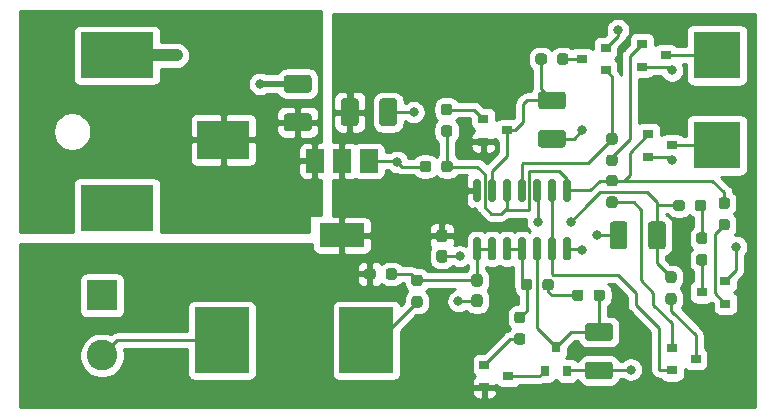
<source format=gbr>
G04 #@! TF.GenerationSoftware,KiCad,Pcbnew,(5.1.10)-1*
G04 #@! TF.CreationDate,2021-07-17T19:43:19-06:00*
G04 #@! TF.ProjectId,FreezerDoorAlarm,46726565-7a65-4724-946f-6f72416c6172,rev?*
G04 #@! TF.SameCoordinates,Original*
G04 #@! TF.FileFunction,Copper,L1,Top*
G04 #@! TF.FilePolarity,Positive*
%FSLAX46Y46*%
G04 Gerber Fmt 4.6, Leading zero omitted, Abs format (unit mm)*
G04 Created by KiCad (PCBNEW (5.1.10)-1) date 2021-07-17 19:43:19*
%MOMM*%
%LPD*%
G01*
G04 APERTURE LIST*
G04 #@! TA.AperFunction,SMDPad,CuDef*
%ADD10R,1.500000X2.000000*%
G04 #@! TD*
G04 #@! TA.AperFunction,SMDPad,CuDef*
%ADD11R,3.800000X2.000000*%
G04 #@! TD*
G04 #@! TA.AperFunction,SMDPad,CuDef*
%ADD12R,0.900000X0.800000*%
G04 #@! TD*
G04 #@! TA.AperFunction,SMDPad,CuDef*
%ADD13R,0.800000X0.900000*%
G04 #@! TD*
G04 #@! TA.AperFunction,SMDPad,CuDef*
%ADD14R,4.600000X5.600000*%
G04 #@! TD*
G04 #@! TA.AperFunction,SMDPad,CuDef*
%ADD15R,4.000000X4.000000*%
G04 #@! TD*
G04 #@! TA.AperFunction,ComponentPad*
%ADD16C,2.600000*%
G04 #@! TD*
G04 #@! TA.AperFunction,ComponentPad*
%ADD17R,2.600000X2.600000*%
G04 #@! TD*
G04 #@! TA.AperFunction,SMDPad,CuDef*
%ADD18R,6.200000X3.900000*%
G04 #@! TD*
G04 #@! TA.AperFunction,SMDPad,CuDef*
%ADD19R,4.400000X3.300000*%
G04 #@! TD*
G04 #@! TA.AperFunction,ViaPad*
%ADD20C,0.800000*%
G04 #@! TD*
G04 #@! TA.AperFunction,Conductor*
%ADD21C,1.000000*%
G04 #@! TD*
G04 #@! TA.AperFunction,Conductor*
%ADD22C,0.250000*%
G04 #@! TD*
G04 #@! TA.AperFunction,Conductor*
%ADD23C,0.508000*%
G04 #@! TD*
G04 #@! TA.AperFunction,Conductor*
%ADD24C,0.254000*%
G04 #@! TD*
G04 #@! TA.AperFunction,Conductor*
%ADD25C,0.100000*%
G04 #@! TD*
G04 APERTURE END LIST*
G04 #@! TA.AperFunction,SMDPad,CuDef*
G36*
G01*
X112537500Y-82037500D02*
X112537500Y-81562500D01*
G75*
G02*
X112775000Y-81325000I237500J0D01*
G01*
X113275000Y-81325000D01*
G75*
G02*
X113512500Y-81562500I0J-237500D01*
G01*
X113512500Y-82037500D01*
G75*
G02*
X113275000Y-82275000I-237500J0D01*
G01*
X112775000Y-82275000D01*
G75*
G02*
X112537500Y-82037500I0J237500D01*
G01*
G37*
G04 #@! TD.AperFunction*
G04 #@! TA.AperFunction,SMDPad,CuDef*
G36*
G01*
X110712500Y-82037500D02*
X110712500Y-81562500D01*
G75*
G02*
X110950000Y-81325000I237500J0D01*
G01*
X111450000Y-81325000D01*
G75*
G02*
X111687500Y-81562500I0J-237500D01*
G01*
X111687500Y-82037500D01*
G75*
G02*
X111450000Y-82275000I-237500J0D01*
G01*
X110950000Y-82275000D01*
G75*
G02*
X110712500Y-82037500I0J237500D01*
G01*
G37*
G04 #@! TD.AperFunction*
G04 #@! TA.AperFunction,SMDPad,CuDef*
G36*
G01*
X115720000Y-84795000D02*
X115420000Y-84795000D01*
G75*
G02*
X115270000Y-84645000I0J150000D01*
G01*
X115270000Y-82995000D01*
G75*
G02*
X115420000Y-82845000I150000J0D01*
G01*
X115720000Y-82845000D01*
G75*
G02*
X115870000Y-82995000I0J-150000D01*
G01*
X115870000Y-84645000D01*
G75*
G02*
X115720000Y-84795000I-150000J0D01*
G01*
G37*
G04 #@! TD.AperFunction*
G04 #@! TA.AperFunction,SMDPad,CuDef*
G36*
G01*
X116990000Y-84795000D02*
X116690000Y-84795000D01*
G75*
G02*
X116540000Y-84645000I0J150000D01*
G01*
X116540000Y-82995000D01*
G75*
G02*
X116690000Y-82845000I150000J0D01*
G01*
X116990000Y-82845000D01*
G75*
G02*
X117140000Y-82995000I0J-150000D01*
G01*
X117140000Y-84645000D01*
G75*
G02*
X116990000Y-84795000I-150000J0D01*
G01*
G37*
G04 #@! TD.AperFunction*
G04 #@! TA.AperFunction,SMDPad,CuDef*
G36*
G01*
X118260000Y-84795000D02*
X117960000Y-84795000D01*
G75*
G02*
X117810000Y-84645000I0J150000D01*
G01*
X117810000Y-82995000D01*
G75*
G02*
X117960000Y-82845000I150000J0D01*
G01*
X118260000Y-82845000D01*
G75*
G02*
X118410000Y-82995000I0J-150000D01*
G01*
X118410000Y-84645000D01*
G75*
G02*
X118260000Y-84795000I-150000J0D01*
G01*
G37*
G04 #@! TD.AperFunction*
G04 #@! TA.AperFunction,SMDPad,CuDef*
G36*
G01*
X119530000Y-84795000D02*
X119230000Y-84795000D01*
G75*
G02*
X119080000Y-84645000I0J150000D01*
G01*
X119080000Y-82995000D01*
G75*
G02*
X119230000Y-82845000I150000J0D01*
G01*
X119530000Y-82845000D01*
G75*
G02*
X119680000Y-82995000I0J-150000D01*
G01*
X119680000Y-84645000D01*
G75*
G02*
X119530000Y-84795000I-150000J0D01*
G01*
G37*
G04 #@! TD.AperFunction*
G04 #@! TA.AperFunction,SMDPad,CuDef*
G36*
G01*
X120800000Y-84795000D02*
X120500000Y-84795000D01*
G75*
G02*
X120350000Y-84645000I0J150000D01*
G01*
X120350000Y-82995000D01*
G75*
G02*
X120500000Y-82845000I150000J0D01*
G01*
X120800000Y-82845000D01*
G75*
G02*
X120950000Y-82995000I0J-150000D01*
G01*
X120950000Y-84645000D01*
G75*
G02*
X120800000Y-84795000I-150000J0D01*
G01*
G37*
G04 #@! TD.AperFunction*
G04 #@! TA.AperFunction,SMDPad,CuDef*
G36*
G01*
X122070000Y-84795000D02*
X121770000Y-84795000D01*
G75*
G02*
X121620000Y-84645000I0J150000D01*
G01*
X121620000Y-82995000D01*
G75*
G02*
X121770000Y-82845000I150000J0D01*
G01*
X122070000Y-82845000D01*
G75*
G02*
X122220000Y-82995000I0J-150000D01*
G01*
X122220000Y-84645000D01*
G75*
G02*
X122070000Y-84795000I-150000J0D01*
G01*
G37*
G04 #@! TD.AperFunction*
G04 #@! TA.AperFunction,SMDPad,CuDef*
G36*
G01*
X123340000Y-84795000D02*
X123040000Y-84795000D01*
G75*
G02*
X122890000Y-84645000I0J150000D01*
G01*
X122890000Y-82995000D01*
G75*
G02*
X123040000Y-82845000I150000J0D01*
G01*
X123340000Y-82845000D01*
G75*
G02*
X123490000Y-82995000I0J-150000D01*
G01*
X123490000Y-84645000D01*
G75*
G02*
X123340000Y-84795000I-150000J0D01*
G01*
G37*
G04 #@! TD.AperFunction*
G04 #@! TA.AperFunction,SMDPad,CuDef*
G36*
G01*
X123340000Y-89745000D02*
X123040000Y-89745000D01*
G75*
G02*
X122890000Y-89595000I0J150000D01*
G01*
X122890000Y-87945000D01*
G75*
G02*
X123040000Y-87795000I150000J0D01*
G01*
X123340000Y-87795000D01*
G75*
G02*
X123490000Y-87945000I0J-150000D01*
G01*
X123490000Y-89595000D01*
G75*
G02*
X123340000Y-89745000I-150000J0D01*
G01*
G37*
G04 #@! TD.AperFunction*
G04 #@! TA.AperFunction,SMDPad,CuDef*
G36*
G01*
X122070000Y-89745000D02*
X121770000Y-89745000D01*
G75*
G02*
X121620000Y-89595000I0J150000D01*
G01*
X121620000Y-87945000D01*
G75*
G02*
X121770000Y-87795000I150000J0D01*
G01*
X122070000Y-87795000D01*
G75*
G02*
X122220000Y-87945000I0J-150000D01*
G01*
X122220000Y-89595000D01*
G75*
G02*
X122070000Y-89745000I-150000J0D01*
G01*
G37*
G04 #@! TD.AperFunction*
G04 #@! TA.AperFunction,SMDPad,CuDef*
G36*
G01*
X120800000Y-89745000D02*
X120500000Y-89745000D01*
G75*
G02*
X120350000Y-89595000I0J150000D01*
G01*
X120350000Y-87945000D01*
G75*
G02*
X120500000Y-87795000I150000J0D01*
G01*
X120800000Y-87795000D01*
G75*
G02*
X120950000Y-87945000I0J-150000D01*
G01*
X120950000Y-89595000D01*
G75*
G02*
X120800000Y-89745000I-150000J0D01*
G01*
G37*
G04 #@! TD.AperFunction*
G04 #@! TA.AperFunction,SMDPad,CuDef*
G36*
G01*
X119530000Y-89745000D02*
X119230000Y-89745000D01*
G75*
G02*
X119080000Y-89595000I0J150000D01*
G01*
X119080000Y-87945000D01*
G75*
G02*
X119230000Y-87795000I150000J0D01*
G01*
X119530000Y-87795000D01*
G75*
G02*
X119680000Y-87945000I0J-150000D01*
G01*
X119680000Y-89595000D01*
G75*
G02*
X119530000Y-89745000I-150000J0D01*
G01*
G37*
G04 #@! TD.AperFunction*
G04 #@! TA.AperFunction,SMDPad,CuDef*
G36*
G01*
X118260000Y-89745000D02*
X117960000Y-89745000D01*
G75*
G02*
X117810000Y-89595000I0J150000D01*
G01*
X117810000Y-87945000D01*
G75*
G02*
X117960000Y-87795000I150000J0D01*
G01*
X118260000Y-87795000D01*
G75*
G02*
X118410000Y-87945000I0J-150000D01*
G01*
X118410000Y-89595000D01*
G75*
G02*
X118260000Y-89745000I-150000J0D01*
G01*
G37*
G04 #@! TD.AperFunction*
G04 #@! TA.AperFunction,SMDPad,CuDef*
G36*
G01*
X116990000Y-89745000D02*
X116690000Y-89745000D01*
G75*
G02*
X116540000Y-89595000I0J150000D01*
G01*
X116540000Y-87945000D01*
G75*
G02*
X116690000Y-87795000I150000J0D01*
G01*
X116990000Y-87795000D01*
G75*
G02*
X117140000Y-87945000I0J-150000D01*
G01*
X117140000Y-89595000D01*
G75*
G02*
X116990000Y-89745000I-150000J0D01*
G01*
G37*
G04 #@! TD.AperFunction*
G04 #@! TA.AperFunction,SMDPad,CuDef*
G36*
G01*
X115720000Y-89745000D02*
X115420000Y-89745000D01*
G75*
G02*
X115270000Y-89595000I0J150000D01*
G01*
X115270000Y-87945000D01*
G75*
G02*
X115420000Y-87795000I150000J0D01*
G01*
X115720000Y-87795000D01*
G75*
G02*
X115870000Y-87945000I0J-150000D01*
G01*
X115870000Y-89595000D01*
G75*
G02*
X115720000Y-89745000I-150000J0D01*
G01*
G37*
G04 #@! TD.AperFunction*
D10*
X106440000Y-81330000D03*
X101840000Y-81330000D03*
X104140000Y-81330000D03*
D11*
X104140000Y-87630000D03*
G04 #@! TA.AperFunction,SMDPad,CuDef*
G36*
G01*
X127237500Y-79942500D02*
X126762500Y-79942500D01*
G75*
G02*
X126525000Y-79705000I0J237500D01*
G01*
X126525000Y-79205000D01*
G75*
G02*
X126762500Y-78967500I237500J0D01*
G01*
X127237500Y-78967500D01*
G75*
G02*
X127475000Y-79205000I0J-237500D01*
G01*
X127475000Y-79705000D01*
G75*
G02*
X127237500Y-79942500I-237500J0D01*
G01*
G37*
G04 #@! TD.AperFunction*
G04 #@! TA.AperFunction,SMDPad,CuDef*
G36*
G01*
X127237500Y-81767500D02*
X126762500Y-81767500D01*
G75*
G02*
X126525000Y-81530000I0J237500D01*
G01*
X126525000Y-81030000D01*
G75*
G02*
X126762500Y-80792500I237500J0D01*
G01*
X127237500Y-80792500D01*
G75*
G02*
X127475000Y-81030000I0J-237500D01*
G01*
X127475000Y-81530000D01*
G75*
G02*
X127237500Y-81767500I-237500J0D01*
G01*
G37*
G04 #@! TD.AperFunction*
G04 #@! TA.AperFunction,SMDPad,CuDef*
G36*
G01*
X122337500Y-72937500D02*
X122337500Y-72462500D01*
G75*
G02*
X122575000Y-72225000I237500J0D01*
G01*
X123075000Y-72225000D01*
G75*
G02*
X123312500Y-72462500I0J-237500D01*
G01*
X123312500Y-72937500D01*
G75*
G02*
X123075000Y-73175000I-237500J0D01*
G01*
X122575000Y-73175000D01*
G75*
G02*
X122337500Y-72937500I0J237500D01*
G01*
G37*
G04 #@! TD.AperFunction*
G04 #@! TA.AperFunction,SMDPad,CuDef*
G36*
G01*
X120512500Y-72937500D02*
X120512500Y-72462500D01*
G75*
G02*
X120750000Y-72225000I237500J0D01*
G01*
X121250000Y-72225000D01*
G75*
G02*
X121487500Y-72462500I0J-237500D01*
G01*
X121487500Y-72937500D01*
G75*
G02*
X121250000Y-73175000I-237500J0D01*
G01*
X120750000Y-73175000D01*
G75*
G02*
X120512500Y-72937500I0J237500D01*
G01*
G37*
G04 #@! TD.AperFunction*
G04 #@! TA.AperFunction,SMDPad,CuDef*
G36*
G01*
X112762500Y-78312500D02*
X113237500Y-78312500D01*
G75*
G02*
X113475000Y-78550000I0J-237500D01*
G01*
X113475000Y-79050000D01*
G75*
G02*
X113237500Y-79287500I-237500J0D01*
G01*
X112762500Y-79287500D01*
G75*
G02*
X112525000Y-79050000I0J237500D01*
G01*
X112525000Y-78550000D01*
G75*
G02*
X112762500Y-78312500I237500J0D01*
G01*
G37*
G04 #@! TD.AperFunction*
G04 #@! TA.AperFunction,SMDPad,CuDef*
G36*
G01*
X112762500Y-76487500D02*
X113237500Y-76487500D01*
G75*
G02*
X113475000Y-76725000I0J-237500D01*
G01*
X113475000Y-77225000D01*
G75*
G02*
X113237500Y-77462500I-237500J0D01*
G01*
X112762500Y-77462500D01*
G75*
G02*
X112525000Y-77225000I0J237500D01*
G01*
X112525000Y-76725000D01*
G75*
G02*
X112762500Y-76487500I237500J0D01*
G01*
G37*
G04 #@! TD.AperFunction*
G04 #@! TA.AperFunction,SMDPad,CuDef*
G36*
G01*
X136262500Y-86237500D02*
X136737500Y-86237500D01*
G75*
G02*
X136975000Y-86475000I0J-237500D01*
G01*
X136975000Y-86975000D01*
G75*
G02*
X136737500Y-87212500I-237500J0D01*
G01*
X136262500Y-87212500D01*
G75*
G02*
X136025000Y-86975000I0J237500D01*
G01*
X136025000Y-86475000D01*
G75*
G02*
X136262500Y-86237500I237500J0D01*
G01*
G37*
G04 #@! TD.AperFunction*
G04 #@! TA.AperFunction,SMDPad,CuDef*
G36*
G01*
X136262500Y-84412500D02*
X136737500Y-84412500D01*
G75*
G02*
X136975000Y-84650000I0J-237500D01*
G01*
X136975000Y-85150000D01*
G75*
G02*
X136737500Y-85387500I-237500J0D01*
G01*
X136262500Y-85387500D01*
G75*
G02*
X136025000Y-85150000I0J237500D01*
G01*
X136025000Y-84650000D01*
G75*
G02*
X136262500Y-84412500I237500J0D01*
G01*
G37*
G04 #@! TD.AperFunction*
G04 #@! TA.AperFunction,SMDPad,CuDef*
G36*
G01*
X134362500Y-89212500D02*
X134837500Y-89212500D01*
G75*
G02*
X135075000Y-89450000I0J-237500D01*
G01*
X135075000Y-89950000D01*
G75*
G02*
X134837500Y-90187500I-237500J0D01*
G01*
X134362500Y-90187500D01*
G75*
G02*
X134125000Y-89950000I0J237500D01*
G01*
X134125000Y-89450000D01*
G75*
G02*
X134362500Y-89212500I237500J0D01*
G01*
G37*
G04 #@! TD.AperFunction*
G04 #@! TA.AperFunction,SMDPad,CuDef*
G36*
G01*
X134362500Y-87387500D02*
X134837500Y-87387500D01*
G75*
G02*
X135075000Y-87625000I0J-237500D01*
G01*
X135075000Y-88125000D01*
G75*
G02*
X134837500Y-88362500I-237500J0D01*
G01*
X134362500Y-88362500D01*
G75*
G02*
X134125000Y-88125000I0J237500D01*
G01*
X134125000Y-87625000D01*
G75*
G02*
X134362500Y-87387500I237500J0D01*
G01*
G37*
G04 #@! TD.AperFunction*
G04 #@! TA.AperFunction,SMDPad,CuDef*
G36*
G01*
X133162500Y-84862500D02*
X133162500Y-85337500D01*
G75*
G02*
X132925000Y-85575000I-237500J0D01*
G01*
X132425000Y-85575000D01*
G75*
G02*
X132187500Y-85337500I0J237500D01*
G01*
X132187500Y-84862500D01*
G75*
G02*
X132425000Y-84625000I237500J0D01*
G01*
X132925000Y-84625000D01*
G75*
G02*
X133162500Y-84862500I0J-237500D01*
G01*
G37*
G04 #@! TD.AperFunction*
G04 #@! TA.AperFunction,SMDPad,CuDef*
G36*
G01*
X134987500Y-84862500D02*
X134987500Y-85337500D01*
G75*
G02*
X134750000Y-85575000I-237500J0D01*
G01*
X134250000Y-85575000D01*
G75*
G02*
X134012500Y-85337500I0J237500D01*
G01*
X134012500Y-84862500D01*
G75*
G02*
X134250000Y-84625000I237500J0D01*
G01*
X134750000Y-84625000D01*
G75*
G02*
X134987500Y-84862500I0J-237500D01*
G01*
G37*
G04 #@! TD.AperFunction*
G04 #@! TA.AperFunction,SMDPad,CuDef*
G36*
G01*
X131762500Y-92512500D02*
X132237500Y-92512500D01*
G75*
G02*
X132475000Y-92750000I0J-237500D01*
G01*
X132475000Y-93250000D01*
G75*
G02*
X132237500Y-93487500I-237500J0D01*
G01*
X131762500Y-93487500D01*
G75*
G02*
X131525000Y-93250000I0J237500D01*
G01*
X131525000Y-92750000D01*
G75*
G02*
X131762500Y-92512500I237500J0D01*
G01*
G37*
G04 #@! TD.AperFunction*
G04 #@! TA.AperFunction,SMDPad,CuDef*
G36*
G01*
X131762500Y-90687500D02*
X132237500Y-90687500D01*
G75*
G02*
X132475000Y-90925000I0J-237500D01*
G01*
X132475000Y-91425000D01*
G75*
G02*
X132237500Y-91662500I-237500J0D01*
G01*
X131762500Y-91662500D01*
G75*
G02*
X131525000Y-91425000I0J237500D01*
G01*
X131525000Y-90925000D01*
G75*
G02*
X131762500Y-90687500I237500J0D01*
G01*
G37*
G04 #@! TD.AperFunction*
G04 #@! TA.AperFunction,SMDPad,CuDef*
G36*
G01*
X127237500Y-83487500D02*
X126762500Y-83487500D01*
G75*
G02*
X126525000Y-83250000I0J237500D01*
G01*
X126525000Y-82750000D01*
G75*
G02*
X126762500Y-82512500I237500J0D01*
G01*
X127237500Y-82512500D01*
G75*
G02*
X127475000Y-82750000I0J-237500D01*
G01*
X127475000Y-83250000D01*
G75*
G02*
X127237500Y-83487500I-237500J0D01*
G01*
G37*
G04 #@! TD.AperFunction*
G04 #@! TA.AperFunction,SMDPad,CuDef*
G36*
G01*
X127237500Y-85312500D02*
X126762500Y-85312500D01*
G75*
G02*
X126525000Y-85075000I0J237500D01*
G01*
X126525000Y-84575000D01*
G75*
G02*
X126762500Y-84337500I237500J0D01*
G01*
X127237500Y-84337500D01*
G75*
G02*
X127475000Y-84575000I0J-237500D01*
G01*
X127475000Y-85075000D01*
G75*
G02*
X127237500Y-85312500I-237500J0D01*
G01*
G37*
G04 #@! TD.AperFunction*
G04 #@! TA.AperFunction,SMDPad,CuDef*
G36*
G01*
X124587500Y-92462500D02*
X124587500Y-92937500D01*
G75*
G02*
X124350000Y-93175000I-237500J0D01*
G01*
X123850000Y-93175000D01*
G75*
G02*
X123612500Y-92937500I0J237500D01*
G01*
X123612500Y-92462500D01*
G75*
G02*
X123850000Y-92225000I237500J0D01*
G01*
X124350000Y-92225000D01*
G75*
G02*
X124587500Y-92462500I0J-237500D01*
G01*
G37*
G04 #@! TD.AperFunction*
G04 #@! TA.AperFunction,SMDPad,CuDef*
G36*
G01*
X126412500Y-92462500D02*
X126412500Y-92937500D01*
G75*
G02*
X126175000Y-93175000I-237500J0D01*
G01*
X125675000Y-93175000D01*
G75*
G02*
X125437500Y-92937500I0J237500D01*
G01*
X125437500Y-92462500D01*
G75*
G02*
X125675000Y-92225000I237500J0D01*
G01*
X126175000Y-92225000D01*
G75*
G02*
X126412500Y-92462500I0J-237500D01*
G01*
G37*
G04 #@! TD.AperFunction*
G04 #@! TA.AperFunction,SMDPad,CuDef*
G36*
G01*
X120262500Y-91562500D02*
X120262500Y-92037500D01*
G75*
G02*
X120025000Y-92275000I-237500J0D01*
G01*
X119525000Y-92275000D01*
G75*
G02*
X119287500Y-92037500I0J237500D01*
G01*
X119287500Y-91562500D01*
G75*
G02*
X119525000Y-91325000I237500J0D01*
G01*
X120025000Y-91325000D01*
G75*
G02*
X120262500Y-91562500I0J-237500D01*
G01*
G37*
G04 #@! TD.AperFunction*
G04 #@! TA.AperFunction,SMDPad,CuDef*
G36*
G01*
X122087500Y-91562500D02*
X122087500Y-92037500D01*
G75*
G02*
X121850000Y-92275000I-237500J0D01*
G01*
X121350000Y-92275000D01*
G75*
G02*
X121112500Y-92037500I0J237500D01*
G01*
X121112500Y-91562500D01*
G75*
G02*
X121350000Y-91325000I237500J0D01*
G01*
X121850000Y-91325000D01*
G75*
G02*
X122087500Y-91562500I0J-237500D01*
G01*
G37*
G04 #@! TD.AperFunction*
G04 #@! TA.AperFunction,SMDPad,CuDef*
G36*
G01*
X119437500Y-95062500D02*
X118962500Y-95062500D01*
G75*
G02*
X118725000Y-94825000I0J237500D01*
G01*
X118725000Y-94325000D01*
G75*
G02*
X118962500Y-94087500I237500J0D01*
G01*
X119437500Y-94087500D01*
G75*
G02*
X119675000Y-94325000I0J-237500D01*
G01*
X119675000Y-94825000D01*
G75*
G02*
X119437500Y-95062500I-237500J0D01*
G01*
G37*
G04 #@! TD.AperFunction*
G04 #@! TA.AperFunction,SMDPad,CuDef*
G36*
G01*
X119437500Y-96887500D02*
X118962500Y-96887500D01*
G75*
G02*
X118725000Y-96650000I0J237500D01*
G01*
X118725000Y-96150000D01*
G75*
G02*
X118962500Y-95912500I237500J0D01*
G01*
X119437500Y-95912500D01*
G75*
G02*
X119675000Y-96150000I0J-237500D01*
G01*
X119675000Y-96650000D01*
G75*
G02*
X119437500Y-96887500I-237500J0D01*
G01*
G37*
G04 #@! TD.AperFunction*
G04 #@! TA.AperFunction,SMDPad,CuDef*
G36*
G01*
X106987500Y-90662500D02*
X106987500Y-91137500D01*
G75*
G02*
X106750000Y-91375000I-237500J0D01*
G01*
X106250000Y-91375000D01*
G75*
G02*
X106012500Y-91137500I0J237500D01*
G01*
X106012500Y-90662500D01*
G75*
G02*
X106250000Y-90425000I237500J0D01*
G01*
X106750000Y-90425000D01*
G75*
G02*
X106987500Y-90662500I0J-237500D01*
G01*
G37*
G04 #@! TD.AperFunction*
G04 #@! TA.AperFunction,SMDPad,CuDef*
G36*
G01*
X108812500Y-90662500D02*
X108812500Y-91137500D01*
G75*
G02*
X108575000Y-91375000I-237500J0D01*
G01*
X108075000Y-91375000D01*
G75*
G02*
X107837500Y-91137500I0J237500D01*
G01*
X107837500Y-90662500D01*
G75*
G02*
X108075000Y-90425000I237500J0D01*
G01*
X108575000Y-90425000D01*
G75*
G02*
X108812500Y-90662500I0J-237500D01*
G01*
G37*
G04 #@! TD.AperFunction*
G04 #@! TA.AperFunction,SMDPad,CuDef*
G36*
G01*
X110252500Y-92777500D02*
X110727500Y-92777500D01*
G75*
G02*
X110965000Y-93015000I0J-237500D01*
G01*
X110965000Y-93515000D01*
G75*
G02*
X110727500Y-93752500I-237500J0D01*
G01*
X110252500Y-93752500D01*
G75*
G02*
X110015000Y-93515000I0J237500D01*
G01*
X110015000Y-93015000D01*
G75*
G02*
X110252500Y-92777500I237500J0D01*
G01*
G37*
G04 #@! TD.AperFunction*
G04 #@! TA.AperFunction,SMDPad,CuDef*
G36*
G01*
X110252500Y-90952500D02*
X110727500Y-90952500D01*
G75*
G02*
X110965000Y-91190000I0J-237500D01*
G01*
X110965000Y-91690000D01*
G75*
G02*
X110727500Y-91927500I-237500J0D01*
G01*
X110252500Y-91927500D01*
G75*
G02*
X110015000Y-91690000I0J237500D01*
G01*
X110015000Y-91190000D01*
G75*
G02*
X110252500Y-90952500I237500J0D01*
G01*
G37*
G04 #@! TD.AperFunction*
D12*
X131540000Y-72390000D03*
X129540000Y-73340000D03*
X129540000Y-71440000D03*
X124460000Y-72710000D03*
X126460000Y-71760000D03*
X126460000Y-73660000D03*
X118110000Y-78740000D03*
X116110000Y-79690000D03*
X116110000Y-77790000D03*
X132080000Y-80010000D03*
X130080000Y-80960000D03*
X130080000Y-79060000D03*
X134600000Y-92450000D03*
X136600000Y-91500000D03*
X136600000Y-93400000D03*
X134080000Y-98110000D03*
X132080000Y-99060000D03*
X132080000Y-97160000D03*
D13*
X122250000Y-97100000D03*
X123200000Y-99100000D03*
X121300000Y-99100000D03*
D12*
X118200000Y-99550000D03*
X116200000Y-100500000D03*
X116200000Y-98600000D03*
D14*
X106200000Y-96520000D03*
X93980000Y-96520000D03*
D15*
X135890000Y-72390000D03*
X135890000Y-80010000D03*
D16*
X83820000Y-97790000D03*
D17*
X83820000Y-92710000D03*
D18*
X85090000Y-85290000D03*
X85090000Y-72390000D03*
D19*
X94090000Y-79540000D03*
G04 #@! TA.AperFunction,SMDPad,CuDef*
G36*
G01*
X120995000Y-78700000D02*
X122845000Y-78700000D01*
G75*
G02*
X123095000Y-78950000I0J-250000D01*
G01*
X123095000Y-79950000D01*
G75*
G02*
X122845000Y-80200000I-250000J0D01*
G01*
X120995000Y-80200000D01*
G75*
G02*
X120745000Y-79950000I0J250000D01*
G01*
X120745000Y-78950000D01*
G75*
G02*
X120995000Y-78700000I250000J0D01*
G01*
G37*
G04 #@! TD.AperFunction*
G04 #@! TA.AperFunction,SMDPad,CuDef*
G36*
G01*
X120995000Y-75450000D02*
X122845000Y-75450000D01*
G75*
G02*
X123095000Y-75700000I0J-250000D01*
G01*
X123095000Y-76700000D01*
G75*
G02*
X122845000Y-76950000I-250000J0D01*
G01*
X120995000Y-76950000D01*
G75*
G02*
X120745000Y-76700000I0J250000D01*
G01*
X120745000Y-75700000D01*
G75*
G02*
X120995000Y-75450000I250000J0D01*
G01*
G37*
G04 #@! TD.AperFunction*
G04 #@! TA.AperFunction,SMDPad,CuDef*
G36*
G01*
X128310000Y-86705000D02*
X128310000Y-88555000D01*
G75*
G02*
X128060000Y-88805000I-250000J0D01*
G01*
X127060000Y-88805000D01*
G75*
G02*
X126810000Y-88555000I0J250000D01*
G01*
X126810000Y-86705000D01*
G75*
G02*
X127060000Y-86455000I250000J0D01*
G01*
X128060000Y-86455000D01*
G75*
G02*
X128310000Y-86705000I0J-250000D01*
G01*
G37*
G04 #@! TD.AperFunction*
G04 #@! TA.AperFunction,SMDPad,CuDef*
G36*
G01*
X131560000Y-86705000D02*
X131560000Y-88555000D01*
G75*
G02*
X131310000Y-88805000I-250000J0D01*
G01*
X130310000Y-88805000D01*
G75*
G02*
X130060000Y-88555000I0J250000D01*
G01*
X130060000Y-86705000D01*
G75*
G02*
X130310000Y-86455000I250000J0D01*
G01*
X131310000Y-86455000D01*
G75*
G02*
X131560000Y-86705000I0J-250000D01*
G01*
G37*
G04 #@! TD.AperFunction*
G04 #@! TA.AperFunction,SMDPad,CuDef*
G36*
G01*
X124975000Y-98310000D02*
X126825000Y-98310000D01*
G75*
G02*
X127075000Y-98560000I0J-250000D01*
G01*
X127075000Y-99560000D01*
G75*
G02*
X126825000Y-99810000I-250000J0D01*
G01*
X124975000Y-99810000D01*
G75*
G02*
X124725000Y-99560000I0J250000D01*
G01*
X124725000Y-98560000D01*
G75*
G02*
X124975000Y-98310000I250000J0D01*
G01*
G37*
G04 #@! TD.AperFunction*
G04 #@! TA.AperFunction,SMDPad,CuDef*
G36*
G01*
X124975000Y-95060000D02*
X126825000Y-95060000D01*
G75*
G02*
X127075000Y-95310000I0J-250000D01*
G01*
X127075000Y-96310000D01*
G75*
G02*
X126825000Y-96560000I-250000J0D01*
G01*
X124975000Y-96560000D01*
G75*
G02*
X124725000Y-96310000I0J250000D01*
G01*
X124725000Y-95310000D01*
G75*
G02*
X124975000Y-95060000I250000J0D01*
G01*
G37*
G04 #@! TD.AperFunction*
G04 #@! TA.AperFunction,SMDPad,CuDef*
G36*
G01*
X115332500Y-92627500D02*
X115807500Y-92627500D01*
G75*
G02*
X116045000Y-92865000I0J-237500D01*
G01*
X116045000Y-93465000D01*
G75*
G02*
X115807500Y-93702500I-237500J0D01*
G01*
X115332500Y-93702500D01*
G75*
G02*
X115095000Y-93465000I0J237500D01*
G01*
X115095000Y-92865000D01*
G75*
G02*
X115332500Y-92627500I237500J0D01*
G01*
G37*
G04 #@! TD.AperFunction*
G04 #@! TA.AperFunction,SMDPad,CuDef*
G36*
G01*
X115332500Y-90902500D02*
X115807500Y-90902500D01*
G75*
G02*
X116045000Y-91140000I0J-237500D01*
G01*
X116045000Y-91740000D01*
G75*
G02*
X115807500Y-91977500I-237500J0D01*
G01*
X115332500Y-91977500D01*
G75*
G02*
X115095000Y-91740000I0J237500D01*
G01*
X115095000Y-91140000D01*
G75*
G02*
X115332500Y-90902500I237500J0D01*
G01*
G37*
G04 #@! TD.AperFunction*
G04 #@! TA.AperFunction,SMDPad,CuDef*
G36*
G01*
X112362500Y-88862500D02*
X112837500Y-88862500D01*
G75*
G02*
X113075000Y-89100000I0J-237500D01*
G01*
X113075000Y-89700000D01*
G75*
G02*
X112837500Y-89937500I-237500J0D01*
G01*
X112362500Y-89937500D01*
G75*
G02*
X112125000Y-89700000I0J237500D01*
G01*
X112125000Y-89100000D01*
G75*
G02*
X112362500Y-88862500I237500J0D01*
G01*
G37*
G04 #@! TD.AperFunction*
G04 #@! TA.AperFunction,SMDPad,CuDef*
G36*
G01*
X112362500Y-87137500D02*
X112837500Y-87137500D01*
G75*
G02*
X113075000Y-87375000I0J-237500D01*
G01*
X113075000Y-87975000D01*
G75*
G02*
X112837500Y-88212500I-237500J0D01*
G01*
X112362500Y-88212500D01*
G75*
G02*
X112125000Y-87975000I0J237500D01*
G01*
X112125000Y-87375000D01*
G75*
G02*
X112362500Y-87137500I237500J0D01*
G01*
G37*
G04 #@! TD.AperFunction*
G04 #@! TA.AperFunction,SMDPad,CuDef*
G36*
G01*
X107300000Y-78125000D02*
X107300000Y-76275000D01*
G75*
G02*
X107550000Y-76025000I250000J0D01*
G01*
X108550000Y-76025000D01*
G75*
G02*
X108800000Y-76275000I0J-250000D01*
G01*
X108800000Y-78125000D01*
G75*
G02*
X108550000Y-78375000I-250000J0D01*
G01*
X107550000Y-78375000D01*
G75*
G02*
X107300000Y-78125000I0J250000D01*
G01*
G37*
G04 #@! TD.AperFunction*
G04 #@! TA.AperFunction,SMDPad,CuDef*
G36*
G01*
X104050000Y-78125000D02*
X104050000Y-76275000D01*
G75*
G02*
X104300000Y-76025000I250000J0D01*
G01*
X105300000Y-76025000D01*
G75*
G02*
X105550000Y-76275000I0J-250000D01*
G01*
X105550000Y-78125000D01*
G75*
G02*
X105300000Y-78375000I-250000J0D01*
G01*
X104300000Y-78375000D01*
G75*
G02*
X104050000Y-78125000I0J250000D01*
G01*
G37*
G04 #@! TD.AperFunction*
G04 #@! TA.AperFunction,SMDPad,CuDef*
G36*
G01*
X101325000Y-75550000D02*
X99475000Y-75550000D01*
G75*
G02*
X99225000Y-75300000I0J250000D01*
G01*
X99225000Y-74300000D01*
G75*
G02*
X99475000Y-74050000I250000J0D01*
G01*
X101325000Y-74050000D01*
G75*
G02*
X101575000Y-74300000I0J-250000D01*
G01*
X101575000Y-75300000D01*
G75*
G02*
X101325000Y-75550000I-250000J0D01*
G01*
G37*
G04 #@! TD.AperFunction*
G04 #@! TA.AperFunction,SMDPad,CuDef*
G36*
G01*
X101325000Y-78800000D02*
X99475000Y-78800000D01*
G75*
G02*
X99225000Y-78550000I0J250000D01*
G01*
X99225000Y-77550000D01*
G75*
G02*
X99475000Y-77300000I250000J0D01*
G01*
X101325000Y-77300000D01*
G75*
G02*
X101575000Y-77550000I0J-250000D01*
G01*
X101575000Y-78550000D01*
G75*
G02*
X101325000Y-78800000I-250000J0D01*
G01*
G37*
G04 #@! TD.AperFunction*
D20*
X90170000Y-72390000D03*
X124460000Y-88900000D03*
X125730000Y-87630000D03*
X124460000Y-78740000D03*
X132080000Y-81280000D03*
X132080000Y-73660000D03*
X127500000Y-70250000D03*
X97200000Y-74800000D03*
X108800000Y-81400000D03*
X110200000Y-77200000D03*
X128600000Y-99000000D03*
X114000000Y-93200000D03*
X114100000Y-89400000D03*
X137500000Y-88600000D03*
X114400000Y-80300000D03*
X111200000Y-80000000D03*
X123500000Y-86500000D03*
X120750000Y-86500000D03*
D21*
X85090000Y-72390000D02*
X90170000Y-72390000D01*
D22*
X123190000Y-88770000D02*
X124330000Y-88770000D01*
X124330000Y-88770000D02*
X124460000Y-88900000D01*
X127560000Y-87630000D02*
X125730000Y-87630000D01*
X123750000Y-79450000D02*
X124460000Y-78740000D01*
X121920000Y-79450000D02*
X123750000Y-79450000D01*
X131760000Y-80960000D02*
X132080000Y-81280000D01*
X130080000Y-80960000D02*
X131760000Y-80960000D01*
X131760000Y-73340000D02*
X132080000Y-73660000D01*
X129540000Y-73340000D02*
X131760000Y-73340000D01*
X127500000Y-70720000D02*
X126460000Y-71760000D01*
X127500000Y-70250000D02*
X127500000Y-70720000D01*
D23*
X100400000Y-74800000D02*
X97200000Y-74800000D01*
D22*
X108730000Y-81330000D02*
X108800000Y-81400000D01*
X106440000Y-81330000D02*
X108730000Y-81330000D01*
X108050000Y-77200000D02*
X110200000Y-77200000D01*
X109199999Y-81799999D02*
X108800000Y-81400000D01*
X111200000Y-81800000D02*
X109199999Y-81799999D01*
X123240000Y-99060000D02*
X123200000Y-99100000D01*
X125900000Y-99060000D02*
X123240000Y-99060000D01*
X128540000Y-99060000D02*
X128600000Y-99000000D01*
X125900000Y-99060000D02*
X128540000Y-99060000D01*
X114035000Y-93165000D02*
X114000000Y-93200000D01*
X115570000Y-93165000D02*
X114035000Y-93165000D01*
X112600000Y-89400000D02*
X114100000Y-89400000D01*
X136600000Y-91500000D02*
X137500000Y-90600000D01*
X137500000Y-90600000D02*
X137500000Y-88600000D01*
X105000000Y-77400000D02*
X105000000Y-75250000D01*
X115010000Y-79690000D02*
X114400000Y-80300000D01*
X116110000Y-79690000D02*
X115010000Y-79690000D01*
X115570000Y-91440000D02*
X110490000Y-91440000D01*
X115570000Y-91440000D02*
X115570000Y-88770000D01*
X116840000Y-88770000D02*
X115570000Y-88770000D01*
X109950000Y-90900000D02*
X110490000Y-91440000D01*
X108325000Y-90900000D02*
X109950000Y-90900000D01*
X125925000Y-95785000D02*
X125900000Y-95810000D01*
X125925000Y-92700000D02*
X125925000Y-95785000D01*
X123540000Y-95810000D02*
X122250000Y-97100000D01*
X125900000Y-95810000D02*
X123540000Y-95810000D01*
X120650000Y-95500000D02*
X122250000Y-97100000D01*
X120650000Y-88770000D02*
X120650000Y-95500000D01*
X130810000Y-89985000D02*
X132000000Y-91175000D01*
X130810000Y-87630000D02*
X130810000Y-89985000D01*
X130810000Y-86190000D02*
X130810000Y-87630000D01*
X130000000Y-84000000D02*
X126000000Y-84000000D01*
X130810000Y-84810000D02*
X130000000Y-84000000D01*
X126000000Y-84000000D02*
X125000000Y-85000000D01*
X125000000Y-85000000D02*
X123500000Y-86500000D01*
X120750000Y-83920000D02*
X120650000Y-83820000D01*
X120750000Y-86500000D02*
X120750000Y-83920000D01*
X132675000Y-85100000D02*
X130820000Y-85100000D01*
X130820000Y-85100000D02*
X130810000Y-85110000D01*
X130810000Y-85110000D02*
X130810000Y-84810000D01*
X130810000Y-86190000D02*
X130810000Y-85110000D01*
X118110000Y-78740000D02*
X118110000Y-80890000D01*
X116840000Y-82160000D02*
X116840000Y-83820000D01*
X118110000Y-80890000D02*
X116840000Y-82160000D01*
X119800000Y-76200000D02*
X121920000Y-76200000D01*
X119500000Y-76500000D02*
X119800000Y-76200000D01*
X119500000Y-78000000D02*
X119500000Y-76500000D01*
X118760000Y-78740000D02*
X119500000Y-78000000D01*
X118110000Y-78740000D02*
X118760000Y-78740000D01*
X121000000Y-75280000D02*
X121920000Y-76200000D01*
X121000000Y-72700000D02*
X121000000Y-75280000D01*
X85090000Y-96520000D02*
X83820000Y-97790000D01*
X93980000Y-96520000D02*
X85090000Y-96520000D01*
X132080000Y-80010000D02*
X135890000Y-80010000D01*
X131540000Y-72390000D02*
X135890000Y-72390000D01*
X107235000Y-96520000D02*
X110490000Y-93265000D01*
X106200000Y-96520000D02*
X107235000Y-96520000D01*
X120850000Y-99550000D02*
X121300000Y-99100000D01*
X118200000Y-99550000D02*
X120850000Y-99550000D01*
X118400000Y-96400000D02*
X116200000Y-98600000D01*
X119200000Y-96400000D02*
X118400000Y-96400000D01*
X134080000Y-98110000D02*
X134080000Y-96080000D01*
X132000000Y-94000000D02*
X132000000Y-93000000D01*
X134080000Y-96080000D02*
X132000000Y-94000000D01*
X132020000Y-99000000D02*
X132080000Y-99060000D01*
X131000000Y-95500000D02*
X131000000Y-99000000D01*
X129000000Y-92500000D02*
X129000000Y-93500000D01*
X129000000Y-93500000D02*
X131000000Y-95500000D01*
X127500000Y-91000000D02*
X129000000Y-92500000D01*
X131000000Y-99000000D02*
X132020000Y-99000000D01*
X122000000Y-91000000D02*
X127500000Y-91000000D01*
X121920000Y-90920000D02*
X122000000Y-91000000D01*
X121920000Y-88770000D02*
X121920000Y-90920000D01*
X121920000Y-88770000D02*
X121920000Y-83820000D01*
X132080000Y-95080000D02*
X132080000Y-97160000D01*
X130500000Y-93500000D02*
X132080000Y-95080000D01*
X129450009Y-85450009D02*
X129450009Y-91450009D01*
X128825000Y-84825000D02*
X129450009Y-85450009D01*
X130500000Y-92500000D02*
X130500000Y-93500000D01*
X129450009Y-91450009D02*
X130500000Y-92500000D01*
X127000000Y-84825000D02*
X128825000Y-84825000D01*
X134600000Y-92450000D02*
X134600000Y-89700000D01*
X135700000Y-87525000D02*
X136500000Y-86725000D01*
X135700000Y-92500000D02*
X135700000Y-87525000D01*
X136600000Y-93400000D02*
X135700000Y-92500000D01*
X128500000Y-80640000D02*
X130080000Y-79060000D01*
X128500000Y-82500000D02*
X128500000Y-80640000D01*
X123190000Y-83820000D02*
X125180000Y-83820000D01*
X126000000Y-83000000D02*
X127000000Y-83000000D01*
X125180000Y-83820000D02*
X126000000Y-83000000D01*
X127000000Y-83000000D02*
X128000000Y-83000000D01*
X128000000Y-83000000D02*
X128500000Y-82500000D01*
X123190000Y-82845000D02*
X123190000Y-83820000D01*
X122545000Y-82200000D02*
X123190000Y-82845000D01*
X120010020Y-82200000D02*
X122545000Y-82200000D01*
X120005010Y-82205010D02*
X120010020Y-82200000D01*
X120005010Y-84841758D02*
X120005010Y-82205010D01*
X120000000Y-84846768D02*
X120005010Y-84841758D01*
X120000000Y-85500000D02*
X120000000Y-84846768D01*
X118000000Y-85500000D02*
X120000000Y-85500000D01*
X113025000Y-78825000D02*
X113000000Y-78800000D01*
X113025000Y-81800000D02*
X113025000Y-78825000D01*
X118110000Y-85390000D02*
X118000000Y-85500000D01*
X118110000Y-83820000D02*
X118110000Y-85390000D01*
X118110000Y-83820000D02*
X118110000Y-85290000D01*
X118110000Y-85290000D02*
X117600000Y-85800000D01*
X117600000Y-85800000D02*
X116800000Y-85800000D01*
X116214990Y-85214990D02*
X116214990Y-82414990D01*
X116800000Y-85800000D02*
X116214990Y-85214990D01*
X115600000Y-81800000D02*
X113025000Y-81800000D01*
X116214990Y-82414990D02*
X115600000Y-81800000D01*
X136500000Y-84900000D02*
X136500000Y-84000000D01*
X135500000Y-83000000D02*
X127000000Y-83000000D01*
X136500000Y-84000000D02*
X135500000Y-83000000D01*
X115295000Y-76975000D02*
X116110000Y-77790000D01*
X113000000Y-76975000D02*
X115295000Y-76975000D01*
X122835000Y-72710000D02*
X122825000Y-72700000D01*
X124460000Y-72710000D02*
X122835000Y-72710000D01*
X127000000Y-74200000D02*
X126460000Y-73660000D01*
X127000000Y-79455000D02*
X127000000Y-74200000D01*
X119380000Y-83820000D02*
X119380000Y-81620000D01*
X119380000Y-81620000D02*
X119500000Y-81500000D01*
X124955000Y-81500000D02*
X127000000Y-79455000D01*
X119500000Y-81500000D02*
X124955000Y-81500000D01*
X127000000Y-81280000D02*
X127000000Y-81000000D01*
X127000000Y-81000000D02*
X128500000Y-79500000D01*
X128500000Y-72480000D02*
X129540000Y-71440000D01*
X128500000Y-79500000D02*
X128500000Y-72480000D01*
X118110000Y-88770000D02*
X119380000Y-88770000D01*
X119775000Y-94000000D02*
X119200000Y-94575000D01*
X119775000Y-91800000D02*
X119775000Y-94000000D01*
X119380000Y-91405000D02*
X119775000Y-91800000D01*
X119380000Y-88770000D02*
X119380000Y-91405000D01*
X124090000Y-92710000D02*
X124100000Y-92700000D01*
X121920000Y-92710000D02*
X124090000Y-92710000D01*
X121600000Y-92390000D02*
X121920000Y-92710000D01*
X121600000Y-91800000D02*
X121600000Y-92390000D01*
X134600000Y-85200000D02*
X134500000Y-85100000D01*
X134600000Y-87875000D02*
X134600000Y-85200000D01*
D24*
X102373000Y-79693364D02*
X102125750Y-79695000D01*
X101967000Y-79853750D01*
X101967000Y-81203000D01*
X101987000Y-81203000D01*
X101987000Y-81457000D01*
X101967000Y-81457000D01*
X101967000Y-82806250D01*
X102125750Y-82965000D01*
X102373000Y-82966636D01*
X102373000Y-85873000D01*
X101500000Y-85873000D01*
X101475224Y-85875440D01*
X101451399Y-85882667D01*
X101429443Y-85894403D01*
X101410197Y-85910197D01*
X101394403Y-85929443D01*
X101382667Y-85951399D01*
X101375440Y-85975224D01*
X101373000Y-86000000D01*
X101373000Y-87373000D01*
X88813228Y-87373000D01*
X88815812Y-87364482D01*
X88828072Y-87240000D01*
X88828072Y-83340000D01*
X88815812Y-83215518D01*
X88779502Y-83095820D01*
X88720537Y-82985506D01*
X88641185Y-82888815D01*
X88544494Y-82809463D01*
X88434180Y-82750498D01*
X88314482Y-82714188D01*
X88190000Y-82701928D01*
X81990000Y-82701928D01*
X81865518Y-82714188D01*
X81745820Y-82750498D01*
X81635506Y-82809463D01*
X81538815Y-82888815D01*
X81459463Y-82985506D01*
X81400498Y-83095820D01*
X81364188Y-83215518D01*
X81351928Y-83340000D01*
X81351928Y-87240000D01*
X81364188Y-87364482D01*
X81366772Y-87373000D01*
X76877000Y-87373000D01*
X76877000Y-82330000D01*
X100451928Y-82330000D01*
X100464188Y-82454482D01*
X100500498Y-82574180D01*
X100559463Y-82684494D01*
X100638815Y-82781185D01*
X100735506Y-82860537D01*
X100845820Y-82919502D01*
X100965518Y-82955812D01*
X101090000Y-82968072D01*
X101554250Y-82965000D01*
X101713000Y-82806250D01*
X101713000Y-81457000D01*
X100613750Y-81457000D01*
X100455000Y-81615750D01*
X100451928Y-82330000D01*
X76877000Y-82330000D01*
X76877000Y-81190000D01*
X91251928Y-81190000D01*
X91264188Y-81314482D01*
X91300498Y-81434180D01*
X91359463Y-81544494D01*
X91438815Y-81641185D01*
X91535506Y-81720537D01*
X91645820Y-81779502D01*
X91765518Y-81815812D01*
X91890000Y-81828072D01*
X93804250Y-81825000D01*
X93963000Y-81666250D01*
X93963000Y-79667000D01*
X94217000Y-79667000D01*
X94217000Y-81666250D01*
X94375750Y-81825000D01*
X96290000Y-81828072D01*
X96414482Y-81815812D01*
X96534180Y-81779502D01*
X96644494Y-81720537D01*
X96741185Y-81641185D01*
X96820537Y-81544494D01*
X96879502Y-81434180D01*
X96915812Y-81314482D01*
X96928072Y-81190000D01*
X96926136Y-80330000D01*
X100451928Y-80330000D01*
X100455000Y-81044250D01*
X100613750Y-81203000D01*
X101713000Y-81203000D01*
X101713000Y-79853750D01*
X101554250Y-79695000D01*
X101090000Y-79691928D01*
X100965518Y-79704188D01*
X100845820Y-79740498D01*
X100735506Y-79799463D01*
X100638815Y-79878815D01*
X100559463Y-79975506D01*
X100500498Y-80085820D01*
X100464188Y-80205518D01*
X100451928Y-80330000D01*
X96926136Y-80330000D01*
X96925000Y-79825750D01*
X96766250Y-79667000D01*
X94217000Y-79667000D01*
X93963000Y-79667000D01*
X91413750Y-79667000D01*
X91255000Y-79825750D01*
X91251928Y-81190000D01*
X76877000Y-81190000D01*
X76877000Y-78678967D01*
X79655000Y-78678967D01*
X79655000Y-79001033D01*
X79717832Y-79316912D01*
X79841082Y-79614463D01*
X80020013Y-79882252D01*
X80247748Y-80109987D01*
X80515537Y-80288918D01*
X80813088Y-80412168D01*
X81128967Y-80475000D01*
X81451033Y-80475000D01*
X81766912Y-80412168D01*
X82064463Y-80288918D01*
X82332252Y-80109987D01*
X82559987Y-79882252D01*
X82738918Y-79614463D01*
X82862168Y-79316912D01*
X82925000Y-79001033D01*
X82925000Y-78678967D01*
X82862168Y-78363088D01*
X82738918Y-78065537D01*
X82621628Y-77890000D01*
X91251928Y-77890000D01*
X91255000Y-79254250D01*
X91413750Y-79413000D01*
X93963000Y-79413000D01*
X93963000Y-77413750D01*
X94217000Y-77413750D01*
X94217000Y-79413000D01*
X96766250Y-79413000D01*
X96925000Y-79254250D01*
X96926022Y-78800000D01*
X98586928Y-78800000D01*
X98599188Y-78924482D01*
X98635498Y-79044180D01*
X98694463Y-79154494D01*
X98773815Y-79251185D01*
X98870506Y-79330537D01*
X98980820Y-79389502D01*
X99100518Y-79425812D01*
X99225000Y-79438072D01*
X100114250Y-79435000D01*
X100273000Y-79276250D01*
X100273000Y-78177000D01*
X100527000Y-78177000D01*
X100527000Y-79276250D01*
X100685750Y-79435000D01*
X101575000Y-79438072D01*
X101699482Y-79425812D01*
X101819180Y-79389502D01*
X101929494Y-79330537D01*
X102026185Y-79251185D01*
X102105537Y-79154494D01*
X102164502Y-79044180D01*
X102200812Y-78924482D01*
X102213072Y-78800000D01*
X102210000Y-78335750D01*
X102051250Y-78177000D01*
X100527000Y-78177000D01*
X100273000Y-78177000D01*
X98748750Y-78177000D01*
X98590000Y-78335750D01*
X98586928Y-78800000D01*
X96926022Y-78800000D01*
X96928072Y-77890000D01*
X96915812Y-77765518D01*
X96879502Y-77645820D01*
X96820537Y-77535506D01*
X96741185Y-77438815D01*
X96644494Y-77359463D01*
X96534180Y-77300498D01*
X96532539Y-77300000D01*
X98586928Y-77300000D01*
X98590000Y-77764250D01*
X98748750Y-77923000D01*
X100273000Y-77923000D01*
X100273000Y-76823750D01*
X100527000Y-76823750D01*
X100527000Y-77923000D01*
X102051250Y-77923000D01*
X102210000Y-77764250D01*
X102213072Y-77300000D01*
X102200812Y-77175518D01*
X102164502Y-77055820D01*
X102105537Y-76945506D01*
X102026185Y-76848815D01*
X101929494Y-76769463D01*
X101819180Y-76710498D01*
X101699482Y-76674188D01*
X101575000Y-76661928D01*
X100685750Y-76665000D01*
X100527000Y-76823750D01*
X100273000Y-76823750D01*
X100114250Y-76665000D01*
X99225000Y-76661928D01*
X99100518Y-76674188D01*
X98980820Y-76710498D01*
X98870506Y-76769463D01*
X98773815Y-76848815D01*
X98694463Y-76945506D01*
X98635498Y-77055820D01*
X98599188Y-77175518D01*
X98586928Y-77300000D01*
X96532539Y-77300000D01*
X96414482Y-77264188D01*
X96290000Y-77251928D01*
X94375750Y-77255000D01*
X94217000Y-77413750D01*
X93963000Y-77413750D01*
X93804250Y-77255000D01*
X91890000Y-77251928D01*
X91765518Y-77264188D01*
X91645820Y-77300498D01*
X91535506Y-77359463D01*
X91438815Y-77438815D01*
X91359463Y-77535506D01*
X91300498Y-77645820D01*
X91264188Y-77765518D01*
X91251928Y-77890000D01*
X82621628Y-77890000D01*
X82559987Y-77797748D01*
X82332252Y-77570013D01*
X82064463Y-77391082D01*
X81766912Y-77267832D01*
X81451033Y-77205000D01*
X81128967Y-77205000D01*
X80813088Y-77267832D01*
X80515537Y-77391082D01*
X80247748Y-77570013D01*
X80020013Y-77797748D01*
X79841082Y-78065537D01*
X79717832Y-78363088D01*
X79655000Y-78678967D01*
X76877000Y-78678967D01*
X76877000Y-70440000D01*
X81351928Y-70440000D01*
X81351928Y-74340000D01*
X81364188Y-74464482D01*
X81400498Y-74584180D01*
X81459463Y-74694494D01*
X81538815Y-74791185D01*
X81635506Y-74870537D01*
X81745820Y-74929502D01*
X81865518Y-74965812D01*
X81990000Y-74978072D01*
X88190000Y-74978072D01*
X88314482Y-74965812D01*
X88434180Y-74929502D01*
X88544494Y-74870537D01*
X88641185Y-74791185D01*
X88717609Y-74698061D01*
X96165000Y-74698061D01*
X96165000Y-74901939D01*
X96204774Y-75101898D01*
X96282795Y-75290256D01*
X96396063Y-75459774D01*
X96540226Y-75603937D01*
X96709744Y-75717205D01*
X96898102Y-75795226D01*
X97098061Y-75835000D01*
X97301939Y-75835000D01*
X97501898Y-75795226D01*
X97690256Y-75717205D01*
X97732468Y-75689000D01*
X98680799Y-75689000D01*
X98736595Y-75793386D01*
X98847038Y-75927962D01*
X98981614Y-76038405D01*
X99135150Y-76120472D01*
X99301746Y-76171008D01*
X99475000Y-76188072D01*
X101325000Y-76188072D01*
X101498254Y-76171008D01*
X101664850Y-76120472D01*
X101818386Y-76038405D01*
X101952962Y-75927962D01*
X102063405Y-75793386D01*
X102145472Y-75639850D01*
X102196008Y-75473254D01*
X102213072Y-75300000D01*
X102213072Y-74300000D01*
X102196008Y-74126746D01*
X102145472Y-73960150D01*
X102063405Y-73806614D01*
X101952962Y-73672038D01*
X101818386Y-73561595D01*
X101664850Y-73479528D01*
X101498254Y-73428992D01*
X101325000Y-73411928D01*
X99475000Y-73411928D01*
X99301746Y-73428992D01*
X99135150Y-73479528D01*
X98981614Y-73561595D01*
X98847038Y-73672038D01*
X98736595Y-73806614D01*
X98680799Y-73911000D01*
X97732468Y-73911000D01*
X97690256Y-73882795D01*
X97501898Y-73804774D01*
X97301939Y-73765000D01*
X97098061Y-73765000D01*
X96898102Y-73804774D01*
X96709744Y-73882795D01*
X96540226Y-73996063D01*
X96396063Y-74140226D01*
X96282795Y-74309744D01*
X96204774Y-74498102D01*
X96165000Y-74698061D01*
X88717609Y-74698061D01*
X88720537Y-74694494D01*
X88779502Y-74584180D01*
X88815812Y-74464482D01*
X88828072Y-74340000D01*
X88828072Y-73525000D01*
X90225752Y-73525000D01*
X90392499Y-73508577D01*
X90606447Y-73443676D01*
X90803623Y-73338284D01*
X90976449Y-73196449D01*
X91118284Y-73023623D01*
X91223676Y-72826447D01*
X91288577Y-72612499D01*
X91310491Y-72390000D01*
X91288577Y-72167501D01*
X91223676Y-71953553D01*
X91118284Y-71756377D01*
X90976449Y-71583551D01*
X90803623Y-71441716D01*
X90606447Y-71336324D01*
X90392499Y-71271423D01*
X90225752Y-71255000D01*
X88828072Y-71255000D01*
X88828072Y-70440000D01*
X88815812Y-70315518D01*
X88779502Y-70195820D01*
X88720537Y-70085506D01*
X88641185Y-69988815D01*
X88544494Y-69909463D01*
X88434180Y-69850498D01*
X88314482Y-69814188D01*
X88190000Y-69801928D01*
X81990000Y-69801928D01*
X81865518Y-69814188D01*
X81745820Y-69850498D01*
X81635506Y-69909463D01*
X81538815Y-69988815D01*
X81459463Y-70085506D01*
X81400498Y-70195820D01*
X81364188Y-70315518D01*
X81351928Y-70440000D01*
X76877000Y-70440000D01*
X76877000Y-68660000D01*
X102373000Y-68660000D01*
X102373000Y-79693364D01*
G04 #@! TA.AperFunction,Conductor*
D25*
G36*
X102373000Y-79693364D02*
G01*
X102125750Y-79695000D01*
X101967000Y-79853750D01*
X101967000Y-81203000D01*
X101987000Y-81203000D01*
X101987000Y-81457000D01*
X101967000Y-81457000D01*
X101967000Y-82806250D01*
X102125750Y-82965000D01*
X102373000Y-82966636D01*
X102373000Y-85873000D01*
X101500000Y-85873000D01*
X101475224Y-85875440D01*
X101451399Y-85882667D01*
X101429443Y-85894403D01*
X101410197Y-85910197D01*
X101394403Y-85929443D01*
X101382667Y-85951399D01*
X101375440Y-85975224D01*
X101373000Y-86000000D01*
X101373000Y-87373000D01*
X88813228Y-87373000D01*
X88815812Y-87364482D01*
X88828072Y-87240000D01*
X88828072Y-83340000D01*
X88815812Y-83215518D01*
X88779502Y-83095820D01*
X88720537Y-82985506D01*
X88641185Y-82888815D01*
X88544494Y-82809463D01*
X88434180Y-82750498D01*
X88314482Y-82714188D01*
X88190000Y-82701928D01*
X81990000Y-82701928D01*
X81865518Y-82714188D01*
X81745820Y-82750498D01*
X81635506Y-82809463D01*
X81538815Y-82888815D01*
X81459463Y-82985506D01*
X81400498Y-83095820D01*
X81364188Y-83215518D01*
X81351928Y-83340000D01*
X81351928Y-87240000D01*
X81364188Y-87364482D01*
X81366772Y-87373000D01*
X76877000Y-87373000D01*
X76877000Y-82330000D01*
X100451928Y-82330000D01*
X100464188Y-82454482D01*
X100500498Y-82574180D01*
X100559463Y-82684494D01*
X100638815Y-82781185D01*
X100735506Y-82860537D01*
X100845820Y-82919502D01*
X100965518Y-82955812D01*
X101090000Y-82968072D01*
X101554250Y-82965000D01*
X101713000Y-82806250D01*
X101713000Y-81457000D01*
X100613750Y-81457000D01*
X100455000Y-81615750D01*
X100451928Y-82330000D01*
X76877000Y-82330000D01*
X76877000Y-81190000D01*
X91251928Y-81190000D01*
X91264188Y-81314482D01*
X91300498Y-81434180D01*
X91359463Y-81544494D01*
X91438815Y-81641185D01*
X91535506Y-81720537D01*
X91645820Y-81779502D01*
X91765518Y-81815812D01*
X91890000Y-81828072D01*
X93804250Y-81825000D01*
X93963000Y-81666250D01*
X93963000Y-79667000D01*
X94217000Y-79667000D01*
X94217000Y-81666250D01*
X94375750Y-81825000D01*
X96290000Y-81828072D01*
X96414482Y-81815812D01*
X96534180Y-81779502D01*
X96644494Y-81720537D01*
X96741185Y-81641185D01*
X96820537Y-81544494D01*
X96879502Y-81434180D01*
X96915812Y-81314482D01*
X96928072Y-81190000D01*
X96926136Y-80330000D01*
X100451928Y-80330000D01*
X100455000Y-81044250D01*
X100613750Y-81203000D01*
X101713000Y-81203000D01*
X101713000Y-79853750D01*
X101554250Y-79695000D01*
X101090000Y-79691928D01*
X100965518Y-79704188D01*
X100845820Y-79740498D01*
X100735506Y-79799463D01*
X100638815Y-79878815D01*
X100559463Y-79975506D01*
X100500498Y-80085820D01*
X100464188Y-80205518D01*
X100451928Y-80330000D01*
X96926136Y-80330000D01*
X96925000Y-79825750D01*
X96766250Y-79667000D01*
X94217000Y-79667000D01*
X93963000Y-79667000D01*
X91413750Y-79667000D01*
X91255000Y-79825750D01*
X91251928Y-81190000D01*
X76877000Y-81190000D01*
X76877000Y-78678967D01*
X79655000Y-78678967D01*
X79655000Y-79001033D01*
X79717832Y-79316912D01*
X79841082Y-79614463D01*
X80020013Y-79882252D01*
X80247748Y-80109987D01*
X80515537Y-80288918D01*
X80813088Y-80412168D01*
X81128967Y-80475000D01*
X81451033Y-80475000D01*
X81766912Y-80412168D01*
X82064463Y-80288918D01*
X82332252Y-80109987D01*
X82559987Y-79882252D01*
X82738918Y-79614463D01*
X82862168Y-79316912D01*
X82925000Y-79001033D01*
X82925000Y-78678967D01*
X82862168Y-78363088D01*
X82738918Y-78065537D01*
X82621628Y-77890000D01*
X91251928Y-77890000D01*
X91255000Y-79254250D01*
X91413750Y-79413000D01*
X93963000Y-79413000D01*
X93963000Y-77413750D01*
X94217000Y-77413750D01*
X94217000Y-79413000D01*
X96766250Y-79413000D01*
X96925000Y-79254250D01*
X96926022Y-78800000D01*
X98586928Y-78800000D01*
X98599188Y-78924482D01*
X98635498Y-79044180D01*
X98694463Y-79154494D01*
X98773815Y-79251185D01*
X98870506Y-79330537D01*
X98980820Y-79389502D01*
X99100518Y-79425812D01*
X99225000Y-79438072D01*
X100114250Y-79435000D01*
X100273000Y-79276250D01*
X100273000Y-78177000D01*
X100527000Y-78177000D01*
X100527000Y-79276250D01*
X100685750Y-79435000D01*
X101575000Y-79438072D01*
X101699482Y-79425812D01*
X101819180Y-79389502D01*
X101929494Y-79330537D01*
X102026185Y-79251185D01*
X102105537Y-79154494D01*
X102164502Y-79044180D01*
X102200812Y-78924482D01*
X102213072Y-78800000D01*
X102210000Y-78335750D01*
X102051250Y-78177000D01*
X100527000Y-78177000D01*
X100273000Y-78177000D01*
X98748750Y-78177000D01*
X98590000Y-78335750D01*
X98586928Y-78800000D01*
X96926022Y-78800000D01*
X96928072Y-77890000D01*
X96915812Y-77765518D01*
X96879502Y-77645820D01*
X96820537Y-77535506D01*
X96741185Y-77438815D01*
X96644494Y-77359463D01*
X96534180Y-77300498D01*
X96532539Y-77300000D01*
X98586928Y-77300000D01*
X98590000Y-77764250D01*
X98748750Y-77923000D01*
X100273000Y-77923000D01*
X100273000Y-76823750D01*
X100527000Y-76823750D01*
X100527000Y-77923000D01*
X102051250Y-77923000D01*
X102210000Y-77764250D01*
X102213072Y-77300000D01*
X102200812Y-77175518D01*
X102164502Y-77055820D01*
X102105537Y-76945506D01*
X102026185Y-76848815D01*
X101929494Y-76769463D01*
X101819180Y-76710498D01*
X101699482Y-76674188D01*
X101575000Y-76661928D01*
X100685750Y-76665000D01*
X100527000Y-76823750D01*
X100273000Y-76823750D01*
X100114250Y-76665000D01*
X99225000Y-76661928D01*
X99100518Y-76674188D01*
X98980820Y-76710498D01*
X98870506Y-76769463D01*
X98773815Y-76848815D01*
X98694463Y-76945506D01*
X98635498Y-77055820D01*
X98599188Y-77175518D01*
X98586928Y-77300000D01*
X96532539Y-77300000D01*
X96414482Y-77264188D01*
X96290000Y-77251928D01*
X94375750Y-77255000D01*
X94217000Y-77413750D01*
X93963000Y-77413750D01*
X93804250Y-77255000D01*
X91890000Y-77251928D01*
X91765518Y-77264188D01*
X91645820Y-77300498D01*
X91535506Y-77359463D01*
X91438815Y-77438815D01*
X91359463Y-77535506D01*
X91300498Y-77645820D01*
X91264188Y-77765518D01*
X91251928Y-77890000D01*
X82621628Y-77890000D01*
X82559987Y-77797748D01*
X82332252Y-77570013D01*
X82064463Y-77391082D01*
X81766912Y-77267832D01*
X81451033Y-77205000D01*
X81128967Y-77205000D01*
X80813088Y-77267832D01*
X80515537Y-77391082D01*
X80247748Y-77570013D01*
X80020013Y-77797748D01*
X79841082Y-78065537D01*
X79717832Y-78363088D01*
X79655000Y-78678967D01*
X76877000Y-78678967D01*
X76877000Y-70440000D01*
X81351928Y-70440000D01*
X81351928Y-74340000D01*
X81364188Y-74464482D01*
X81400498Y-74584180D01*
X81459463Y-74694494D01*
X81538815Y-74791185D01*
X81635506Y-74870537D01*
X81745820Y-74929502D01*
X81865518Y-74965812D01*
X81990000Y-74978072D01*
X88190000Y-74978072D01*
X88314482Y-74965812D01*
X88434180Y-74929502D01*
X88544494Y-74870537D01*
X88641185Y-74791185D01*
X88717609Y-74698061D01*
X96165000Y-74698061D01*
X96165000Y-74901939D01*
X96204774Y-75101898D01*
X96282795Y-75290256D01*
X96396063Y-75459774D01*
X96540226Y-75603937D01*
X96709744Y-75717205D01*
X96898102Y-75795226D01*
X97098061Y-75835000D01*
X97301939Y-75835000D01*
X97501898Y-75795226D01*
X97690256Y-75717205D01*
X97732468Y-75689000D01*
X98680799Y-75689000D01*
X98736595Y-75793386D01*
X98847038Y-75927962D01*
X98981614Y-76038405D01*
X99135150Y-76120472D01*
X99301746Y-76171008D01*
X99475000Y-76188072D01*
X101325000Y-76188072D01*
X101498254Y-76171008D01*
X101664850Y-76120472D01*
X101818386Y-76038405D01*
X101952962Y-75927962D01*
X102063405Y-75793386D01*
X102145472Y-75639850D01*
X102196008Y-75473254D01*
X102213072Y-75300000D01*
X102213072Y-74300000D01*
X102196008Y-74126746D01*
X102145472Y-73960150D01*
X102063405Y-73806614D01*
X101952962Y-73672038D01*
X101818386Y-73561595D01*
X101664850Y-73479528D01*
X101498254Y-73428992D01*
X101325000Y-73411928D01*
X99475000Y-73411928D01*
X99301746Y-73428992D01*
X99135150Y-73479528D01*
X98981614Y-73561595D01*
X98847038Y-73672038D01*
X98736595Y-73806614D01*
X98680799Y-73911000D01*
X97732468Y-73911000D01*
X97690256Y-73882795D01*
X97501898Y-73804774D01*
X97301939Y-73765000D01*
X97098061Y-73765000D01*
X96898102Y-73804774D01*
X96709744Y-73882795D01*
X96540226Y-73996063D01*
X96396063Y-74140226D01*
X96282795Y-74309744D01*
X96204774Y-74498102D01*
X96165000Y-74698061D01*
X88717609Y-74698061D01*
X88720537Y-74694494D01*
X88779502Y-74584180D01*
X88815812Y-74464482D01*
X88828072Y-74340000D01*
X88828072Y-73525000D01*
X90225752Y-73525000D01*
X90392499Y-73508577D01*
X90606447Y-73443676D01*
X90803623Y-73338284D01*
X90976449Y-73196449D01*
X91118284Y-73023623D01*
X91223676Y-72826447D01*
X91288577Y-72612499D01*
X91310491Y-72390000D01*
X91288577Y-72167501D01*
X91223676Y-71953553D01*
X91118284Y-71756377D01*
X90976449Y-71583551D01*
X90803623Y-71441716D01*
X90606447Y-71336324D01*
X90392499Y-71271423D01*
X90225752Y-71255000D01*
X88828072Y-71255000D01*
X88828072Y-70440000D01*
X88815812Y-70315518D01*
X88779502Y-70195820D01*
X88720537Y-70085506D01*
X88641185Y-69988815D01*
X88544494Y-69909463D01*
X88434180Y-69850498D01*
X88314482Y-69814188D01*
X88190000Y-69801928D01*
X81990000Y-69801928D01*
X81865518Y-69814188D01*
X81745820Y-69850498D01*
X81635506Y-69909463D01*
X81538815Y-69988815D01*
X81459463Y-70085506D01*
X81400498Y-70195820D01*
X81364188Y-70315518D01*
X81351928Y-70440000D01*
X76877000Y-70440000D01*
X76877000Y-68660000D01*
X102373000Y-68660000D01*
X102373000Y-79693364D01*
G37*
G04 #@! TD.AperFunction*
D24*
X139123000Y-102123000D02*
X76877000Y-102123000D01*
X76877000Y-100900000D01*
X115111928Y-100900000D01*
X115124188Y-101024482D01*
X115160498Y-101144180D01*
X115219463Y-101254494D01*
X115298815Y-101351185D01*
X115395506Y-101430537D01*
X115505820Y-101489502D01*
X115625518Y-101525812D01*
X115750000Y-101538072D01*
X115914250Y-101535000D01*
X116073000Y-101376250D01*
X116073000Y-100627000D01*
X116327000Y-100627000D01*
X116327000Y-101376250D01*
X116485750Y-101535000D01*
X116650000Y-101538072D01*
X116774482Y-101525812D01*
X116894180Y-101489502D01*
X117004494Y-101430537D01*
X117101185Y-101351185D01*
X117180537Y-101254494D01*
X117239502Y-101144180D01*
X117275812Y-101024482D01*
X117288072Y-100900000D01*
X117285000Y-100785750D01*
X117126250Y-100627000D01*
X116327000Y-100627000D01*
X116073000Y-100627000D01*
X115273750Y-100627000D01*
X115115000Y-100785750D01*
X115111928Y-100900000D01*
X76877000Y-100900000D01*
X76877000Y-97599419D01*
X81885000Y-97599419D01*
X81885000Y-97980581D01*
X81959361Y-98354419D01*
X82105225Y-98706566D01*
X82316987Y-99023491D01*
X82586509Y-99293013D01*
X82903434Y-99504775D01*
X83255581Y-99650639D01*
X83629419Y-99725000D01*
X84010581Y-99725000D01*
X84384419Y-99650639D01*
X84736566Y-99504775D01*
X85053491Y-99293013D01*
X85323013Y-99023491D01*
X85534775Y-98706566D01*
X85680639Y-98354419D01*
X85755000Y-97980581D01*
X85755000Y-97599419D01*
X85691464Y-97280000D01*
X91041928Y-97280000D01*
X91041928Y-99320000D01*
X91054188Y-99444482D01*
X91090498Y-99564180D01*
X91149463Y-99674494D01*
X91228815Y-99771185D01*
X91325506Y-99850537D01*
X91435820Y-99909502D01*
X91555518Y-99945812D01*
X91680000Y-99958072D01*
X96280000Y-99958072D01*
X96404482Y-99945812D01*
X96524180Y-99909502D01*
X96634494Y-99850537D01*
X96731185Y-99771185D01*
X96810537Y-99674494D01*
X96869502Y-99564180D01*
X96905812Y-99444482D01*
X96918072Y-99320000D01*
X96918072Y-93720000D01*
X103261928Y-93720000D01*
X103261928Y-99320000D01*
X103274188Y-99444482D01*
X103310498Y-99564180D01*
X103369463Y-99674494D01*
X103448815Y-99771185D01*
X103545506Y-99850537D01*
X103655820Y-99909502D01*
X103775518Y-99945812D01*
X103900000Y-99958072D01*
X108500000Y-99958072D01*
X108624482Y-99945812D01*
X108744180Y-99909502D01*
X108854494Y-99850537D01*
X108951185Y-99771185D01*
X109030537Y-99674494D01*
X109089502Y-99564180D01*
X109125812Y-99444482D01*
X109138072Y-99320000D01*
X109138072Y-95691729D01*
X110439230Y-94390572D01*
X110727500Y-94390572D01*
X110898316Y-94373748D01*
X111062567Y-94323923D01*
X111213942Y-94243012D01*
X111346623Y-94134123D01*
X111455512Y-94001442D01*
X111536423Y-93850067D01*
X111586248Y-93685816D01*
X111603072Y-93515000D01*
X111603072Y-93015000D01*
X111586248Y-92844184D01*
X111536423Y-92679933D01*
X111455512Y-92528558D01*
X111346623Y-92395877D01*
X111293768Y-92352500D01*
X111346623Y-92309123D01*
X111436178Y-92200000D01*
X113722103Y-92200000D01*
X113698102Y-92204774D01*
X113509744Y-92282795D01*
X113340226Y-92396063D01*
X113196063Y-92540226D01*
X113082795Y-92709744D01*
X113004774Y-92898102D01*
X112965000Y-93098061D01*
X112965000Y-93301939D01*
X113004774Y-93501898D01*
X113082795Y-93690256D01*
X113196063Y-93859774D01*
X113340226Y-94003937D01*
X113509744Y-94117205D01*
X113698102Y-94195226D01*
X113898061Y-94235000D01*
X114101939Y-94235000D01*
X114301898Y-94195226D01*
X114490256Y-94117205D01*
X114651892Y-94009204D01*
X114713377Y-94084123D01*
X114846058Y-94193012D01*
X114997433Y-94273923D01*
X115161684Y-94323748D01*
X115332500Y-94340572D01*
X115807500Y-94340572D01*
X115978316Y-94323748D01*
X116142567Y-94273923D01*
X116293942Y-94193012D01*
X116426623Y-94084123D01*
X116535512Y-93951442D01*
X116616423Y-93800067D01*
X116666248Y-93635816D01*
X116683072Y-93465000D01*
X116683072Y-92865000D01*
X116666248Y-92694184D01*
X116616423Y-92529933D01*
X116535512Y-92378558D01*
X116473093Y-92302500D01*
X116535512Y-92226442D01*
X116616423Y-92075067D01*
X116666248Y-91910816D01*
X116683072Y-91740000D01*
X116683072Y-91140000D01*
X116666248Y-90969184D01*
X116616423Y-90804933D01*
X116535512Y-90653558D01*
X116426623Y-90520877D01*
X116330000Y-90441580D01*
X116330000Y-90291859D01*
X116388418Y-90323084D01*
X116536255Y-90367929D01*
X116690000Y-90383072D01*
X116990000Y-90383072D01*
X117143745Y-90367929D01*
X117291582Y-90323084D01*
X117427829Y-90250258D01*
X117475000Y-90211546D01*
X117522171Y-90250258D01*
X117658418Y-90323084D01*
X117806255Y-90367929D01*
X117960000Y-90383072D01*
X118260000Y-90383072D01*
X118413745Y-90367929D01*
X118561582Y-90323084D01*
X118620001Y-90291858D01*
X118620001Y-91367668D01*
X118616324Y-91405000D01*
X118620001Y-91442333D01*
X118629126Y-91534974D01*
X118630998Y-91553985D01*
X118649428Y-91614743D01*
X118649428Y-92037500D01*
X118666252Y-92208316D01*
X118716077Y-92372567D01*
X118796988Y-92523942D01*
X118905877Y-92656623D01*
X119015000Y-92746179D01*
X119015001Y-93449428D01*
X118962500Y-93449428D01*
X118791684Y-93466252D01*
X118627433Y-93516077D01*
X118476058Y-93596988D01*
X118343377Y-93705877D01*
X118234488Y-93838558D01*
X118153577Y-93989933D01*
X118103752Y-94154184D01*
X118086928Y-94325000D01*
X118086928Y-94825000D01*
X118103752Y-94995816D01*
X118153577Y-95160067D01*
X118234488Y-95311442D01*
X118343377Y-95444123D01*
X118396232Y-95487500D01*
X118343377Y-95530877D01*
X118242736Y-95653508D01*
X118107753Y-95694454D01*
X117975724Y-95765026D01*
X117859999Y-95859999D01*
X117836201Y-95888997D01*
X116163271Y-97561928D01*
X115750000Y-97561928D01*
X115625518Y-97574188D01*
X115505820Y-97610498D01*
X115395506Y-97669463D01*
X115298815Y-97748815D01*
X115219463Y-97845506D01*
X115160498Y-97955820D01*
X115124188Y-98075518D01*
X115111928Y-98200000D01*
X115111928Y-99000000D01*
X115124188Y-99124482D01*
X115160498Y-99244180D01*
X115219463Y-99354494D01*
X115298815Y-99451185D01*
X115395506Y-99530537D01*
X115431918Y-99550000D01*
X115395506Y-99569463D01*
X115298815Y-99648815D01*
X115219463Y-99745506D01*
X115160498Y-99855820D01*
X115124188Y-99975518D01*
X115111928Y-100100000D01*
X115115000Y-100214250D01*
X115273750Y-100373000D01*
X116073000Y-100373000D01*
X116073000Y-100353000D01*
X116327000Y-100353000D01*
X116327000Y-100373000D01*
X117126250Y-100373000D01*
X117210857Y-100288393D01*
X117219463Y-100304494D01*
X117298815Y-100401185D01*
X117395506Y-100480537D01*
X117505820Y-100539502D01*
X117625518Y-100575812D01*
X117750000Y-100588072D01*
X118650000Y-100588072D01*
X118774482Y-100575812D01*
X118894180Y-100539502D01*
X119004494Y-100480537D01*
X119101185Y-100401185D01*
X119176018Y-100310000D01*
X120812678Y-100310000D01*
X120850000Y-100313676D01*
X120887322Y-100310000D01*
X120887333Y-100310000D01*
X120998986Y-100299003D01*
X121142247Y-100255546D01*
X121268480Y-100188072D01*
X121700000Y-100188072D01*
X121824482Y-100175812D01*
X121944180Y-100139502D01*
X122054494Y-100080537D01*
X122151185Y-100001185D01*
X122230537Y-99904494D01*
X122250000Y-99868082D01*
X122269463Y-99904494D01*
X122348815Y-100001185D01*
X122445506Y-100080537D01*
X122555820Y-100139502D01*
X122675518Y-100175812D01*
X122800000Y-100188072D01*
X123600000Y-100188072D01*
X123724482Y-100175812D01*
X123844180Y-100139502D01*
X123954494Y-100080537D01*
X124051185Y-100001185D01*
X124130537Y-99904494D01*
X124146741Y-99874179D01*
X124154528Y-99899850D01*
X124236595Y-100053386D01*
X124347038Y-100187962D01*
X124481614Y-100298405D01*
X124635150Y-100380472D01*
X124801746Y-100431008D01*
X124975000Y-100448072D01*
X126825000Y-100448072D01*
X126998254Y-100431008D01*
X127164850Y-100380472D01*
X127318386Y-100298405D01*
X127452962Y-100187962D01*
X127563405Y-100053386D01*
X127645472Y-99899850D01*
X127669694Y-99820000D01*
X127964266Y-99820000D01*
X128109744Y-99917205D01*
X128298102Y-99995226D01*
X128498061Y-100035000D01*
X128701939Y-100035000D01*
X128901898Y-99995226D01*
X129090256Y-99917205D01*
X129259774Y-99803937D01*
X129403937Y-99659774D01*
X129517205Y-99490256D01*
X129595226Y-99301898D01*
X129635000Y-99101939D01*
X129635000Y-98898061D01*
X129595226Y-98698102D01*
X129517205Y-98509744D01*
X129403937Y-98340226D01*
X129259774Y-98196063D01*
X129090256Y-98082795D01*
X128901898Y-98004774D01*
X128701939Y-97965000D01*
X128498061Y-97965000D01*
X128298102Y-98004774D01*
X128109744Y-98082795D01*
X127940226Y-98196063D01*
X127836289Y-98300000D01*
X127669694Y-98300000D01*
X127645472Y-98220150D01*
X127563405Y-98066614D01*
X127452962Y-97932038D01*
X127318386Y-97821595D01*
X127164850Y-97739528D01*
X126998254Y-97688992D01*
X126825000Y-97671928D01*
X124975000Y-97671928D01*
X124801746Y-97688992D01*
X124635150Y-97739528D01*
X124481614Y-97821595D01*
X124347038Y-97932038D01*
X124236595Y-98066614D01*
X124154528Y-98220150D01*
X124131259Y-98296857D01*
X124130537Y-98295506D01*
X124051185Y-98198815D01*
X123954494Y-98119463D01*
X123844180Y-98060498D01*
X123724482Y-98024188D01*
X123600000Y-98011928D01*
X123088095Y-98011928D01*
X123101185Y-98001185D01*
X123180537Y-97904494D01*
X123239502Y-97794180D01*
X123275812Y-97674482D01*
X123288072Y-97550000D01*
X123288072Y-97136730D01*
X123854803Y-96570000D01*
X124130306Y-96570000D01*
X124154528Y-96649850D01*
X124236595Y-96803386D01*
X124347038Y-96937962D01*
X124481614Y-97048405D01*
X124635150Y-97130472D01*
X124801746Y-97181008D01*
X124975000Y-97198072D01*
X126825000Y-97198072D01*
X126998254Y-97181008D01*
X127164850Y-97130472D01*
X127318386Y-97048405D01*
X127452962Y-96937962D01*
X127563405Y-96803386D01*
X127645472Y-96649850D01*
X127696008Y-96483254D01*
X127713072Y-96310000D01*
X127713072Y-95310000D01*
X127696008Y-95136746D01*
X127645472Y-94970150D01*
X127563405Y-94816614D01*
X127452962Y-94682038D01*
X127318386Y-94571595D01*
X127164850Y-94489528D01*
X126998254Y-94438992D01*
X126825000Y-94421928D01*
X126685000Y-94421928D01*
X126685000Y-93646178D01*
X126794123Y-93556623D01*
X126903012Y-93423942D01*
X126983923Y-93272567D01*
X127033748Y-93108316D01*
X127050572Y-92937500D01*
X127050572Y-92462500D01*
X127033748Y-92291684D01*
X126983923Y-92127433D01*
X126903012Y-91976058D01*
X126794123Y-91843377D01*
X126692528Y-91760000D01*
X127185199Y-91760000D01*
X128240000Y-92814802D01*
X128240001Y-93462668D01*
X128236324Y-93500000D01*
X128240001Y-93537333D01*
X128244703Y-93585067D01*
X128250998Y-93648985D01*
X128294454Y-93792246D01*
X128365026Y-93924276D01*
X128418910Y-93989933D01*
X128460000Y-94040001D01*
X128488998Y-94063799D01*
X130240000Y-95814802D01*
X130240001Y-98962657D01*
X130236323Y-99000000D01*
X130250997Y-99148986D01*
X130294454Y-99292247D01*
X130365026Y-99424276D01*
X130459999Y-99540001D01*
X130575724Y-99634974D01*
X130707753Y-99705546D01*
X130851014Y-99749003D01*
X130962667Y-99760000D01*
X131000000Y-99763677D01*
X131037333Y-99760000D01*
X131070335Y-99760000D01*
X131099463Y-99814494D01*
X131178815Y-99911185D01*
X131275506Y-99990537D01*
X131385820Y-100049502D01*
X131505518Y-100085812D01*
X131630000Y-100098072D01*
X132530000Y-100098072D01*
X132654482Y-100085812D01*
X132774180Y-100049502D01*
X132884494Y-99990537D01*
X132981185Y-99911185D01*
X133060537Y-99814494D01*
X133119502Y-99704180D01*
X133155812Y-99584482D01*
X133168072Y-99460000D01*
X133168072Y-98948095D01*
X133178815Y-98961185D01*
X133275506Y-99040537D01*
X133385820Y-99099502D01*
X133505518Y-99135812D01*
X133630000Y-99148072D01*
X134530000Y-99148072D01*
X134654482Y-99135812D01*
X134774180Y-99099502D01*
X134884494Y-99040537D01*
X134981185Y-98961185D01*
X135060537Y-98864494D01*
X135119502Y-98754180D01*
X135155812Y-98634482D01*
X135168072Y-98510000D01*
X135168072Y-97710000D01*
X135155812Y-97585518D01*
X135119502Y-97465820D01*
X135060537Y-97355506D01*
X134981185Y-97258815D01*
X134884494Y-97179463D01*
X134840000Y-97155680D01*
X134840000Y-96117322D01*
X134843676Y-96079999D01*
X134840000Y-96042676D01*
X134840000Y-96042667D01*
X134829003Y-95931014D01*
X134785546Y-95787753D01*
X134714974Y-95655724D01*
X134620001Y-95539999D01*
X134591003Y-95516201D01*
X132895974Y-93821173D01*
X132965512Y-93736442D01*
X133046423Y-93585067D01*
X133096248Y-93420816D01*
X133113072Y-93250000D01*
X133113072Y-92750000D01*
X133096248Y-92579184D01*
X133046423Y-92414933D01*
X132965512Y-92263558D01*
X132856623Y-92130877D01*
X132803768Y-92087500D01*
X132856623Y-92044123D01*
X132965512Y-91911442D01*
X133046423Y-91760067D01*
X133096248Y-91595816D01*
X133113072Y-91425000D01*
X133113072Y-90925000D01*
X133096248Y-90754184D01*
X133046423Y-90589933D01*
X132965512Y-90438558D01*
X132856623Y-90305877D01*
X132723942Y-90196988D01*
X132572567Y-90116077D01*
X132408316Y-90066252D01*
X132237500Y-90049428D01*
X131949230Y-90049428D01*
X131570000Y-89670199D01*
X131570000Y-89399694D01*
X131649850Y-89375472D01*
X131803386Y-89293405D01*
X131937962Y-89182962D01*
X132048405Y-89048386D01*
X132130472Y-88894850D01*
X132181008Y-88728254D01*
X132198072Y-88555000D01*
X132198072Y-86705000D01*
X132181008Y-86531746D01*
X132130472Y-86365150D01*
X132048405Y-86211614D01*
X131937962Y-86077038D01*
X131803386Y-85966595D01*
X131649850Y-85884528D01*
X131570000Y-85860306D01*
X131570000Y-85860000D01*
X131726580Y-85860000D01*
X131805877Y-85956623D01*
X131938558Y-86065512D01*
X132089933Y-86146423D01*
X132254184Y-86196248D01*
X132425000Y-86213072D01*
X132925000Y-86213072D01*
X133095816Y-86196248D01*
X133260067Y-86146423D01*
X133411442Y-86065512D01*
X133544123Y-85956623D01*
X133587500Y-85903768D01*
X133630877Y-85956623D01*
X133763558Y-86065512D01*
X133840001Y-86106371D01*
X133840000Y-86926580D01*
X133743377Y-87005877D01*
X133634488Y-87138558D01*
X133553577Y-87289933D01*
X133503752Y-87454184D01*
X133486928Y-87625000D01*
X133486928Y-88125000D01*
X133503752Y-88295816D01*
X133553577Y-88460067D01*
X133634488Y-88611442D01*
X133743377Y-88744123D01*
X133796232Y-88787500D01*
X133743377Y-88830877D01*
X133634488Y-88963558D01*
X133553577Y-89114933D01*
X133503752Y-89279184D01*
X133486928Y-89450000D01*
X133486928Y-89950000D01*
X133503752Y-90120816D01*
X133553577Y-90285067D01*
X133634488Y-90436442D01*
X133743377Y-90569123D01*
X133840001Y-90648420D01*
X133840000Y-91495680D01*
X133795506Y-91519463D01*
X133698815Y-91598815D01*
X133619463Y-91695506D01*
X133560498Y-91805820D01*
X133524188Y-91925518D01*
X133511928Y-92050000D01*
X133511928Y-92850000D01*
X133524188Y-92974482D01*
X133560498Y-93094180D01*
X133619463Y-93204494D01*
X133698815Y-93301185D01*
X133795506Y-93380537D01*
X133905820Y-93439502D01*
X134025518Y-93475812D01*
X134150000Y-93488072D01*
X135050000Y-93488072D01*
X135174482Y-93475812D01*
X135294180Y-93439502D01*
X135404494Y-93380537D01*
X135460101Y-93334902D01*
X135511928Y-93386729D01*
X135511928Y-93800000D01*
X135524188Y-93924482D01*
X135560498Y-94044180D01*
X135619463Y-94154494D01*
X135698815Y-94251185D01*
X135795506Y-94330537D01*
X135905820Y-94389502D01*
X136025518Y-94425812D01*
X136150000Y-94438072D01*
X137050000Y-94438072D01*
X137174482Y-94425812D01*
X137294180Y-94389502D01*
X137404494Y-94330537D01*
X137501185Y-94251185D01*
X137580537Y-94154494D01*
X137639502Y-94044180D01*
X137675812Y-93924482D01*
X137688072Y-93800000D01*
X137688072Y-93000000D01*
X137675812Y-92875518D01*
X137639502Y-92755820D01*
X137580537Y-92645506D01*
X137501185Y-92548815D01*
X137404494Y-92469463D01*
X137368082Y-92450000D01*
X137404494Y-92430537D01*
X137501185Y-92351185D01*
X137580537Y-92254494D01*
X137639502Y-92144180D01*
X137675812Y-92024482D01*
X137688072Y-91900000D01*
X137688072Y-91486730D01*
X138011004Y-91163798D01*
X138040001Y-91140001D01*
X138134974Y-91024276D01*
X138205546Y-90892247D01*
X138249003Y-90748986D01*
X138260000Y-90637333D01*
X138260000Y-90637324D01*
X138263676Y-90600001D01*
X138260000Y-90562678D01*
X138260000Y-89303711D01*
X138303937Y-89259774D01*
X138417205Y-89090256D01*
X138495226Y-88901898D01*
X138535000Y-88701939D01*
X138535000Y-88498061D01*
X138495226Y-88298102D01*
X138417205Y-88109744D01*
X138303937Y-87940226D01*
X138159774Y-87796063D01*
X137990256Y-87682795D01*
X137801898Y-87604774D01*
X137601939Y-87565000D01*
X137398061Y-87565000D01*
X137377102Y-87569169D01*
X137465512Y-87461442D01*
X137546423Y-87310067D01*
X137596248Y-87145816D01*
X137613072Y-86975000D01*
X137613072Y-86475000D01*
X137596248Y-86304184D01*
X137546423Y-86139933D01*
X137465512Y-85988558D01*
X137356623Y-85855877D01*
X137303768Y-85812500D01*
X137356623Y-85769123D01*
X137465512Y-85636442D01*
X137546423Y-85485067D01*
X137596248Y-85320816D01*
X137613072Y-85150000D01*
X137613072Y-84650000D01*
X137596248Y-84479184D01*
X137546423Y-84314933D01*
X137465512Y-84163558D01*
X137356623Y-84030877D01*
X137258812Y-83950605D01*
X137249003Y-83851014D01*
X137205546Y-83707753D01*
X137134974Y-83575724D01*
X137063799Y-83488997D01*
X137040001Y-83459999D01*
X137011003Y-83436201D01*
X136222873Y-82648072D01*
X137890000Y-82648072D01*
X138014482Y-82635812D01*
X138134180Y-82599502D01*
X138244494Y-82540537D01*
X138341185Y-82461185D01*
X138420537Y-82364494D01*
X138479502Y-82254180D01*
X138515812Y-82134482D01*
X138528072Y-82010000D01*
X138528072Y-78010000D01*
X138515812Y-77885518D01*
X138479502Y-77765820D01*
X138420537Y-77655506D01*
X138341185Y-77558815D01*
X138244494Y-77479463D01*
X138134180Y-77420498D01*
X138014482Y-77384188D01*
X137890000Y-77371928D01*
X133890000Y-77371928D01*
X133765518Y-77384188D01*
X133645820Y-77420498D01*
X133535506Y-77479463D01*
X133438815Y-77558815D01*
X133359463Y-77655506D01*
X133300498Y-77765820D01*
X133264188Y-77885518D01*
X133251928Y-78010000D01*
X133251928Y-79250000D01*
X133056018Y-79250000D01*
X132981185Y-79158815D01*
X132884494Y-79079463D01*
X132774180Y-79020498D01*
X132654482Y-78984188D01*
X132530000Y-78971928D01*
X131630000Y-78971928D01*
X131505518Y-78984188D01*
X131385820Y-79020498D01*
X131275506Y-79079463D01*
X131178815Y-79158815D01*
X131168072Y-79171905D01*
X131168072Y-78660000D01*
X131155812Y-78535518D01*
X131119502Y-78415820D01*
X131060537Y-78305506D01*
X130981185Y-78208815D01*
X130884494Y-78129463D01*
X130774180Y-78070498D01*
X130654482Y-78034188D01*
X130530000Y-78021928D01*
X129630000Y-78021928D01*
X129505518Y-78034188D01*
X129385820Y-78070498D01*
X129275506Y-78129463D01*
X129260000Y-78142188D01*
X129260000Y-74378072D01*
X129990000Y-74378072D01*
X130114482Y-74365812D01*
X130234180Y-74329502D01*
X130344494Y-74270537D01*
X130441185Y-74191185D01*
X130516018Y-74100000D01*
X131141978Y-74100000D01*
X131162795Y-74150256D01*
X131276063Y-74319774D01*
X131420226Y-74463937D01*
X131589744Y-74577205D01*
X131778102Y-74655226D01*
X131978061Y-74695000D01*
X132181939Y-74695000D01*
X132381898Y-74655226D01*
X132570256Y-74577205D01*
X132739774Y-74463937D01*
X132883937Y-74319774D01*
X132997205Y-74150256D01*
X133075226Y-73961898D01*
X133115000Y-73761939D01*
X133115000Y-73558061D01*
X133075226Y-73358102D01*
X132997205Y-73169744D01*
X132984013Y-73150000D01*
X133251928Y-73150000D01*
X133251928Y-74390000D01*
X133264188Y-74514482D01*
X133300498Y-74634180D01*
X133359463Y-74744494D01*
X133438815Y-74841185D01*
X133535506Y-74920537D01*
X133645820Y-74979502D01*
X133765518Y-75015812D01*
X133890000Y-75028072D01*
X137890000Y-75028072D01*
X138014482Y-75015812D01*
X138134180Y-74979502D01*
X138244494Y-74920537D01*
X138341185Y-74841185D01*
X138420537Y-74744494D01*
X138479502Y-74634180D01*
X138515812Y-74514482D01*
X138528072Y-74390000D01*
X138528072Y-70390000D01*
X138515812Y-70265518D01*
X138479502Y-70145820D01*
X138420537Y-70035506D01*
X138341185Y-69938815D01*
X138244494Y-69859463D01*
X138134180Y-69800498D01*
X138014482Y-69764188D01*
X137890000Y-69751928D01*
X133890000Y-69751928D01*
X133765518Y-69764188D01*
X133645820Y-69800498D01*
X133535506Y-69859463D01*
X133438815Y-69938815D01*
X133359463Y-70035506D01*
X133300498Y-70145820D01*
X133264188Y-70265518D01*
X133251928Y-70390000D01*
X133251928Y-71630000D01*
X132516018Y-71630000D01*
X132441185Y-71538815D01*
X132344494Y-71459463D01*
X132234180Y-71400498D01*
X132114482Y-71364188D01*
X131990000Y-71351928D01*
X131090000Y-71351928D01*
X130965518Y-71364188D01*
X130845820Y-71400498D01*
X130735506Y-71459463D01*
X130638815Y-71538815D01*
X130628072Y-71551905D01*
X130628072Y-71040000D01*
X130615812Y-70915518D01*
X130579502Y-70795820D01*
X130520537Y-70685506D01*
X130441185Y-70588815D01*
X130344494Y-70509463D01*
X130234180Y-70450498D01*
X130114482Y-70414188D01*
X129990000Y-70401928D01*
X129090000Y-70401928D01*
X128965518Y-70414188D01*
X128845820Y-70450498D01*
X128735506Y-70509463D01*
X128638815Y-70588815D01*
X128559463Y-70685506D01*
X128500498Y-70795820D01*
X128464188Y-70915518D01*
X128451928Y-71040000D01*
X128451928Y-71453271D01*
X127988998Y-71916201D01*
X127960000Y-71939999D01*
X127936202Y-71968997D01*
X127936201Y-71968998D01*
X127865026Y-72055724D01*
X127794454Y-72187754D01*
X127767770Y-72275724D01*
X127757373Y-72310000D01*
X127750998Y-72331015D01*
X127736324Y-72480000D01*
X127740001Y-72517332D01*
X127740001Y-74021337D01*
X127705546Y-73907753D01*
X127634974Y-73775724D01*
X127548072Y-73669834D01*
X127548072Y-73260000D01*
X127535812Y-73135518D01*
X127499502Y-73015820D01*
X127440537Y-72905506D01*
X127361185Y-72808815D01*
X127264494Y-72729463D01*
X127228082Y-72710000D01*
X127264494Y-72690537D01*
X127361185Y-72611185D01*
X127440537Y-72514494D01*
X127499502Y-72404180D01*
X127535812Y-72284482D01*
X127548072Y-72160000D01*
X127548072Y-71746730D01*
X128011003Y-71283799D01*
X128040001Y-71260001D01*
X128132120Y-71147754D01*
X128134974Y-71144277D01*
X128205546Y-71012247D01*
X128207323Y-71006388D01*
X128303937Y-70909774D01*
X128417205Y-70740256D01*
X128495226Y-70551898D01*
X128535000Y-70351939D01*
X128535000Y-70148061D01*
X128495226Y-69948102D01*
X128417205Y-69759744D01*
X128303937Y-69590226D01*
X128159774Y-69446063D01*
X127990256Y-69332795D01*
X127801898Y-69254774D01*
X127601939Y-69215000D01*
X127398061Y-69215000D01*
X127198102Y-69254774D01*
X127009744Y-69332795D01*
X126840226Y-69446063D01*
X126696063Y-69590226D01*
X126582795Y-69759744D01*
X126504774Y-69948102D01*
X126465000Y-70148061D01*
X126465000Y-70351939D01*
X126504774Y-70551898D01*
X126530703Y-70614495D01*
X126423271Y-70721928D01*
X126010000Y-70721928D01*
X125885518Y-70734188D01*
X125765820Y-70770498D01*
X125655506Y-70829463D01*
X125558815Y-70908815D01*
X125479463Y-71005506D01*
X125420498Y-71115820D01*
X125384188Y-71235518D01*
X125371928Y-71360000D01*
X125371928Y-71871905D01*
X125361185Y-71858815D01*
X125264494Y-71779463D01*
X125154180Y-71720498D01*
X125034482Y-71684188D01*
X124910000Y-71671928D01*
X124010000Y-71671928D01*
X123885518Y-71684188D01*
X123765820Y-71720498D01*
X123655506Y-71779463D01*
X123635875Y-71795574D01*
X123561442Y-71734488D01*
X123410067Y-71653577D01*
X123245816Y-71603752D01*
X123075000Y-71586928D01*
X122575000Y-71586928D01*
X122404184Y-71603752D01*
X122239933Y-71653577D01*
X122088558Y-71734488D01*
X121955877Y-71843377D01*
X121912500Y-71896232D01*
X121869123Y-71843377D01*
X121736442Y-71734488D01*
X121585067Y-71653577D01*
X121420816Y-71603752D01*
X121250000Y-71586928D01*
X120750000Y-71586928D01*
X120579184Y-71603752D01*
X120414933Y-71653577D01*
X120263558Y-71734488D01*
X120130877Y-71843377D01*
X120021988Y-71976058D01*
X119941077Y-72127433D01*
X119891252Y-72291684D01*
X119874428Y-72462500D01*
X119874428Y-72937500D01*
X119891252Y-73108316D01*
X119941077Y-73272567D01*
X120021988Y-73423942D01*
X120130877Y-73556623D01*
X120240000Y-73646179D01*
X120240001Y-75237659D01*
X120174528Y-75360150D01*
X120150306Y-75440000D01*
X119837322Y-75440000D01*
X119799999Y-75436324D01*
X119762676Y-75440000D01*
X119762667Y-75440000D01*
X119651014Y-75450997D01*
X119507753Y-75494454D01*
X119375724Y-75565026D01*
X119259999Y-75659999D01*
X119236199Y-75689000D01*
X118988998Y-75936201D01*
X118960000Y-75959999D01*
X118936202Y-75988997D01*
X118936201Y-75988998D01*
X118865026Y-76075724D01*
X118794454Y-76207754D01*
X118764180Y-76307558D01*
X118751614Y-76348985D01*
X118750998Y-76351015D01*
X118736324Y-76500000D01*
X118740001Y-76537332D01*
X118740000Y-77685198D01*
X118704836Y-77720362D01*
X118684482Y-77714188D01*
X118560000Y-77701928D01*
X117660000Y-77701928D01*
X117535518Y-77714188D01*
X117415820Y-77750498D01*
X117305506Y-77809463D01*
X117208815Y-77888815D01*
X117198072Y-77901905D01*
X117198072Y-77390000D01*
X117185812Y-77265518D01*
X117149502Y-77145820D01*
X117090537Y-77035506D01*
X117011185Y-76938815D01*
X116914494Y-76859463D01*
X116804180Y-76800498D01*
X116684482Y-76764188D01*
X116560000Y-76751928D01*
X116146729Y-76751928D01*
X115858803Y-76464002D01*
X115835001Y-76434999D01*
X115719276Y-76340026D01*
X115587247Y-76269454D01*
X115443986Y-76225997D01*
X115332333Y-76215000D01*
X115332322Y-76215000D01*
X115295000Y-76211324D01*
X115257678Y-76215000D01*
X113946178Y-76215000D01*
X113856623Y-76105877D01*
X113723942Y-75996988D01*
X113572567Y-75916077D01*
X113408316Y-75866252D01*
X113237500Y-75849428D01*
X112762500Y-75849428D01*
X112591684Y-75866252D01*
X112427433Y-75916077D01*
X112276058Y-75996988D01*
X112143377Y-76105877D01*
X112034488Y-76238558D01*
X111953577Y-76389933D01*
X111903752Y-76554184D01*
X111886928Y-76725000D01*
X111886928Y-77225000D01*
X111903752Y-77395816D01*
X111953577Y-77560067D01*
X112034488Y-77711442D01*
X112143377Y-77844123D01*
X112196232Y-77887500D01*
X112143377Y-77930877D01*
X112034488Y-78063558D01*
X111953577Y-78214933D01*
X111903752Y-78379184D01*
X111886928Y-78550000D01*
X111886928Y-79050000D01*
X111903752Y-79220816D01*
X111953577Y-79385067D01*
X112034488Y-79536442D01*
X112143377Y-79669123D01*
X112265001Y-79768937D01*
X112265000Y-80853821D01*
X112155877Y-80943377D01*
X112112500Y-80996232D01*
X112069123Y-80943377D01*
X111936442Y-80834488D01*
X111785067Y-80753577D01*
X111620816Y-80703752D01*
X111450000Y-80686928D01*
X110950000Y-80686928D01*
X110779184Y-80703752D01*
X110614933Y-80753577D01*
X110463558Y-80834488D01*
X110330877Y-80943377D01*
X110251580Y-81040000D01*
X109771159Y-81040000D01*
X109717205Y-80909744D01*
X109603937Y-80740226D01*
X109459774Y-80596063D01*
X109290256Y-80482795D01*
X109101898Y-80404774D01*
X108901939Y-80365000D01*
X108698061Y-80365000D01*
X108498102Y-80404774D01*
X108309744Y-80482795D01*
X108179232Y-80570000D01*
X107828072Y-80570000D01*
X107828072Y-80330000D01*
X107815812Y-80205518D01*
X107779502Y-80085820D01*
X107720537Y-79975506D01*
X107641185Y-79878815D01*
X107544494Y-79799463D01*
X107434180Y-79740498D01*
X107314482Y-79704188D01*
X107190000Y-79691928D01*
X105690000Y-79691928D01*
X105565518Y-79704188D01*
X105445820Y-79740498D01*
X105335506Y-79799463D01*
X105290000Y-79836809D01*
X105244494Y-79799463D01*
X105134180Y-79740498D01*
X105014482Y-79704188D01*
X104890000Y-79691928D01*
X104425750Y-79695000D01*
X104267000Y-79853750D01*
X104267000Y-81203000D01*
X104287000Y-81203000D01*
X104287000Y-81457000D01*
X104267000Y-81457000D01*
X104267000Y-82806250D01*
X104425750Y-82965000D01*
X104890000Y-82968072D01*
X105014482Y-82955812D01*
X105134180Y-82919502D01*
X105244494Y-82860537D01*
X105290000Y-82823191D01*
X105335506Y-82860537D01*
X105445820Y-82919502D01*
X105565518Y-82955812D01*
X105690000Y-82968072D01*
X107190000Y-82968072D01*
X107314482Y-82955812D01*
X107434180Y-82919502D01*
X107544494Y-82860537D01*
X107641185Y-82781185D01*
X107720537Y-82684494D01*
X107779502Y-82574180D01*
X107815812Y-82454482D01*
X107828072Y-82330000D01*
X107828072Y-82090000D01*
X108026289Y-82090000D01*
X108140226Y-82203937D01*
X108309744Y-82317205D01*
X108498102Y-82395226D01*
X108698061Y-82435000D01*
X108775774Y-82435000D01*
X108907752Y-82505545D01*
X109051013Y-82549001D01*
X109199998Y-82563675D01*
X109237330Y-82559998D01*
X110251579Y-82559999D01*
X110330877Y-82656623D01*
X110463558Y-82765512D01*
X110614933Y-82846423D01*
X110779184Y-82896248D01*
X110950000Y-82913072D01*
X111450000Y-82913072D01*
X111620816Y-82896248D01*
X111785067Y-82846423D01*
X111936442Y-82765512D01*
X112069123Y-82656623D01*
X112112500Y-82603768D01*
X112155877Y-82656623D01*
X112288558Y-82765512D01*
X112439933Y-82846423D01*
X112604184Y-82896248D01*
X112775000Y-82913072D01*
X113275000Y-82913072D01*
X113445816Y-82896248D01*
X113610067Y-82846423D01*
X113761442Y-82765512D01*
X113894123Y-82656623D01*
X113973420Y-82560000D01*
X114702317Y-82560000D01*
X114680498Y-82600820D01*
X114644188Y-82720518D01*
X114631928Y-82845000D01*
X114635000Y-83534250D01*
X114793750Y-83693000D01*
X115443000Y-83693000D01*
X115443000Y-83673000D01*
X115454991Y-83673000D01*
X115454990Y-83967000D01*
X115443000Y-83967000D01*
X115443000Y-83947000D01*
X114793750Y-83947000D01*
X114635000Y-84105750D01*
X114631928Y-84795000D01*
X114644188Y-84919482D01*
X114680498Y-85039180D01*
X114739463Y-85149494D01*
X114818815Y-85246185D01*
X114915506Y-85325537D01*
X115025820Y-85384502D01*
X115145518Y-85420812D01*
X115270000Y-85433072D01*
X115284250Y-85430000D01*
X115442998Y-85271252D01*
X115442998Y-85430000D01*
X115486015Y-85430000D01*
X115496632Y-85465000D01*
X115509444Y-85507236D01*
X115580016Y-85639266D01*
X115607346Y-85672567D01*
X115674989Y-85754991D01*
X115703992Y-85778793D01*
X116236200Y-86311002D01*
X116259999Y-86340001D01*
X116288997Y-86363799D01*
X116375723Y-86434974D01*
X116450606Y-86475000D01*
X116507753Y-86505546D01*
X116651014Y-86549003D01*
X116762667Y-86560000D01*
X116762676Y-86560000D01*
X116799999Y-86563676D01*
X116837322Y-86560000D01*
X117562678Y-86560000D01*
X117600000Y-86563676D01*
X117637322Y-86560000D01*
X117637333Y-86560000D01*
X117748986Y-86549003D01*
X117892247Y-86505546D01*
X118024276Y-86434974D01*
X118140001Y-86340001D01*
X118163804Y-86310997D01*
X118214801Y-86260000D01*
X119742462Y-86260000D01*
X119715000Y-86398061D01*
X119715000Y-86601939D01*
X119754774Y-86801898D01*
X119832795Y-86990256D01*
X119946063Y-87159774D01*
X120071203Y-87284914D01*
X120062171Y-87289742D01*
X120015000Y-87328454D01*
X119967829Y-87289742D01*
X119831582Y-87216916D01*
X119683745Y-87172071D01*
X119530000Y-87156928D01*
X119230000Y-87156928D01*
X119076255Y-87172071D01*
X118928418Y-87216916D01*
X118792171Y-87289742D01*
X118745000Y-87328454D01*
X118697829Y-87289742D01*
X118561582Y-87216916D01*
X118413745Y-87172071D01*
X118260000Y-87156928D01*
X117960000Y-87156928D01*
X117806255Y-87172071D01*
X117658418Y-87216916D01*
X117522171Y-87289742D01*
X117475000Y-87328454D01*
X117427829Y-87289742D01*
X117291582Y-87216916D01*
X117143745Y-87172071D01*
X116990000Y-87156928D01*
X116690000Y-87156928D01*
X116536255Y-87172071D01*
X116388418Y-87216916D01*
X116252171Y-87289742D01*
X116205000Y-87328454D01*
X116157829Y-87289742D01*
X116021582Y-87216916D01*
X115873745Y-87172071D01*
X115720000Y-87156928D01*
X115420000Y-87156928D01*
X115266255Y-87172071D01*
X115118418Y-87216916D01*
X114982171Y-87289742D01*
X114862749Y-87387749D01*
X114764742Y-87507171D01*
X114691916Y-87643418D01*
X114647071Y-87791255D01*
X114631928Y-87945000D01*
X114631928Y-88510639D01*
X114590256Y-88482795D01*
X114401898Y-88404774D01*
X114201939Y-88365000D01*
X113998061Y-88365000D01*
X113798102Y-88404774D01*
X113662145Y-88461090D01*
X113664502Y-88456680D01*
X113700812Y-88336982D01*
X113713072Y-88212500D01*
X113710000Y-87960750D01*
X113551250Y-87802000D01*
X112727000Y-87802000D01*
X112727000Y-87822000D01*
X112473000Y-87822000D01*
X112473000Y-87802000D01*
X111648750Y-87802000D01*
X111490000Y-87960750D01*
X111486928Y-88212500D01*
X111499188Y-88336982D01*
X111535498Y-88456680D01*
X111594463Y-88566994D01*
X111633774Y-88614894D01*
X111553577Y-88764933D01*
X111503752Y-88929184D01*
X111486928Y-89100000D01*
X111486928Y-89700000D01*
X111503752Y-89870816D01*
X111553577Y-90035067D01*
X111634488Y-90186442D01*
X111743377Y-90319123D01*
X111876058Y-90428012D01*
X112027433Y-90508923D01*
X112191684Y-90558748D01*
X112362500Y-90575572D01*
X112837500Y-90575572D01*
X113008316Y-90558748D01*
X113172567Y-90508923D01*
X113323942Y-90428012D01*
X113456623Y-90319123D01*
X113511868Y-90251807D01*
X113609744Y-90317205D01*
X113798102Y-90395226D01*
X113998061Y-90435000D01*
X114201939Y-90435000D01*
X114401898Y-90395226D01*
X114590256Y-90317205D01*
X114759774Y-90203937D01*
X114810000Y-90153711D01*
X114810000Y-90441580D01*
X114713377Y-90520877D01*
X114604488Y-90653558D01*
X114590355Y-90680000D01*
X111436178Y-90680000D01*
X111346623Y-90570877D01*
X111213942Y-90461988D01*
X111062567Y-90381077D01*
X110898316Y-90331252D01*
X110727500Y-90314428D01*
X110434473Y-90314428D01*
X110374276Y-90265026D01*
X110242247Y-90194454D01*
X110098986Y-90150997D01*
X109987333Y-90140000D01*
X109987322Y-90140000D01*
X109950000Y-90136324D01*
X109912678Y-90140000D01*
X109273420Y-90140000D01*
X109194123Y-90043377D01*
X109061442Y-89934488D01*
X108910067Y-89853577D01*
X108745816Y-89803752D01*
X108575000Y-89786928D01*
X108075000Y-89786928D01*
X107904184Y-89803752D01*
X107739933Y-89853577D01*
X107588558Y-89934488D01*
X107479717Y-90023812D01*
X107438685Y-89973815D01*
X107341994Y-89894463D01*
X107231680Y-89835498D01*
X107111982Y-89799188D01*
X106987500Y-89786928D01*
X106785750Y-89790000D01*
X106627000Y-89948750D01*
X106627000Y-90773000D01*
X106647000Y-90773000D01*
X106647000Y-91027000D01*
X106627000Y-91027000D01*
X106627000Y-91851250D01*
X106785750Y-92010000D01*
X106987500Y-92013072D01*
X107111982Y-92000812D01*
X107231680Y-91964502D01*
X107341994Y-91905537D01*
X107438685Y-91826185D01*
X107479717Y-91776188D01*
X107588558Y-91865512D01*
X107739933Y-91946423D01*
X107904184Y-91996248D01*
X108075000Y-92013072D01*
X108575000Y-92013072D01*
X108745816Y-91996248D01*
X108910067Y-91946423D01*
X109061442Y-91865512D01*
X109194123Y-91756623D01*
X109273420Y-91660000D01*
X109376928Y-91660000D01*
X109376928Y-91690000D01*
X109393752Y-91860816D01*
X109443577Y-92025067D01*
X109524488Y-92176442D01*
X109633377Y-92309123D01*
X109686232Y-92352500D01*
X109633377Y-92395877D01*
X109524488Y-92528558D01*
X109443577Y-92679933D01*
X109393752Y-92844184D01*
X109376928Y-93015000D01*
X109376928Y-93303270D01*
X109116239Y-93563959D01*
X109089502Y-93475820D01*
X109030537Y-93365506D01*
X108951185Y-93268815D01*
X108854494Y-93189463D01*
X108744180Y-93130498D01*
X108624482Y-93094188D01*
X108500000Y-93081928D01*
X103900000Y-93081928D01*
X103775518Y-93094188D01*
X103655820Y-93130498D01*
X103545506Y-93189463D01*
X103448815Y-93268815D01*
X103369463Y-93365506D01*
X103310498Y-93475820D01*
X103274188Y-93595518D01*
X103261928Y-93720000D01*
X96918072Y-93720000D01*
X96905812Y-93595518D01*
X96869502Y-93475820D01*
X96810537Y-93365506D01*
X96731185Y-93268815D01*
X96634494Y-93189463D01*
X96524180Y-93130498D01*
X96404482Y-93094188D01*
X96280000Y-93081928D01*
X91680000Y-93081928D01*
X91555518Y-93094188D01*
X91435820Y-93130498D01*
X91325506Y-93189463D01*
X91228815Y-93268815D01*
X91149463Y-93365506D01*
X91090498Y-93475820D01*
X91054188Y-93595518D01*
X91041928Y-93720000D01*
X91041928Y-95760000D01*
X85127322Y-95760000D01*
X85089999Y-95756324D01*
X85052676Y-95760000D01*
X85052667Y-95760000D01*
X84941014Y-95770997D01*
X84797753Y-95814454D01*
X84665724Y-95885026D01*
X84549999Y-95979999D01*
X84539007Y-95993393D01*
X84384419Y-95929361D01*
X84010581Y-95855000D01*
X83629419Y-95855000D01*
X83255581Y-95929361D01*
X82903434Y-96075225D01*
X82586509Y-96286987D01*
X82316987Y-96556509D01*
X82105225Y-96873434D01*
X81959361Y-97225581D01*
X81885000Y-97599419D01*
X76877000Y-97599419D01*
X76877000Y-91410000D01*
X81881928Y-91410000D01*
X81881928Y-94010000D01*
X81894188Y-94134482D01*
X81930498Y-94254180D01*
X81989463Y-94364494D01*
X82068815Y-94461185D01*
X82165506Y-94540537D01*
X82275820Y-94599502D01*
X82395518Y-94635812D01*
X82520000Y-94648072D01*
X85120000Y-94648072D01*
X85244482Y-94635812D01*
X85364180Y-94599502D01*
X85474494Y-94540537D01*
X85571185Y-94461185D01*
X85650537Y-94364494D01*
X85709502Y-94254180D01*
X85745812Y-94134482D01*
X85758072Y-94010000D01*
X85758072Y-91410000D01*
X85754625Y-91375000D01*
X105374428Y-91375000D01*
X105386688Y-91499482D01*
X105422998Y-91619180D01*
X105481963Y-91729494D01*
X105561315Y-91826185D01*
X105658006Y-91905537D01*
X105768320Y-91964502D01*
X105888018Y-92000812D01*
X106012500Y-92013072D01*
X106214250Y-92010000D01*
X106373000Y-91851250D01*
X106373000Y-91027000D01*
X105536250Y-91027000D01*
X105377500Y-91185750D01*
X105374428Y-91375000D01*
X85754625Y-91375000D01*
X85745812Y-91285518D01*
X85709502Y-91165820D01*
X85650537Y-91055506D01*
X85571185Y-90958815D01*
X85474494Y-90879463D01*
X85364180Y-90820498D01*
X85244482Y-90784188D01*
X85120000Y-90771928D01*
X82520000Y-90771928D01*
X82395518Y-90784188D01*
X82275820Y-90820498D01*
X82165506Y-90879463D01*
X82068815Y-90958815D01*
X81989463Y-91055506D01*
X81930498Y-91165820D01*
X81894188Y-91285518D01*
X81881928Y-91410000D01*
X76877000Y-91410000D01*
X76877000Y-90425000D01*
X105374428Y-90425000D01*
X105377500Y-90614250D01*
X105536250Y-90773000D01*
X106373000Y-90773000D01*
X106373000Y-89948750D01*
X106214250Y-89790000D01*
X106012500Y-89786928D01*
X105888018Y-89799188D01*
X105768320Y-89835498D01*
X105658006Y-89894463D01*
X105561315Y-89973815D01*
X105481963Y-90070506D01*
X105422998Y-90180820D01*
X105386688Y-90300518D01*
X105374428Y-90425000D01*
X76877000Y-90425000D01*
X76877000Y-88377000D01*
X101603016Y-88377000D01*
X101601928Y-88630000D01*
X101614188Y-88754482D01*
X101650498Y-88874180D01*
X101709463Y-88984494D01*
X101788815Y-89081185D01*
X101885506Y-89160537D01*
X101995820Y-89219502D01*
X102115518Y-89255812D01*
X102240000Y-89268072D01*
X103854250Y-89265000D01*
X104013000Y-89106250D01*
X104013000Y-87757000D01*
X104267000Y-87757000D01*
X104267000Y-89106250D01*
X104425750Y-89265000D01*
X106040000Y-89268072D01*
X106164482Y-89255812D01*
X106284180Y-89219502D01*
X106394494Y-89160537D01*
X106491185Y-89081185D01*
X106570537Y-88984494D01*
X106629502Y-88874180D01*
X106665812Y-88754482D01*
X106678072Y-88630000D01*
X106675000Y-87915750D01*
X106516250Y-87757000D01*
X104267000Y-87757000D01*
X104013000Y-87757000D01*
X103993000Y-87757000D01*
X103993000Y-87503000D01*
X104013000Y-87503000D01*
X104013000Y-86153750D01*
X104267000Y-86153750D01*
X104267000Y-87503000D01*
X106516250Y-87503000D01*
X106675000Y-87344250D01*
X106675889Y-87137500D01*
X111486928Y-87137500D01*
X111490000Y-87389250D01*
X111648750Y-87548000D01*
X112473000Y-87548000D01*
X112473000Y-86661250D01*
X112727000Y-86661250D01*
X112727000Y-87548000D01*
X113551250Y-87548000D01*
X113710000Y-87389250D01*
X113713072Y-87137500D01*
X113700812Y-87013018D01*
X113664502Y-86893320D01*
X113605537Y-86783006D01*
X113526185Y-86686315D01*
X113429494Y-86606963D01*
X113319180Y-86547998D01*
X113199482Y-86511688D01*
X113075000Y-86499428D01*
X112885750Y-86502500D01*
X112727000Y-86661250D01*
X112473000Y-86661250D01*
X112314250Y-86502500D01*
X112125000Y-86499428D01*
X112000518Y-86511688D01*
X111880820Y-86547998D01*
X111770506Y-86606963D01*
X111673815Y-86686315D01*
X111594463Y-86783006D01*
X111535498Y-86893320D01*
X111499188Y-87013018D01*
X111486928Y-87137500D01*
X106675889Y-87137500D01*
X106678072Y-86630000D01*
X106665812Y-86505518D01*
X106629502Y-86385820D01*
X106570537Y-86275506D01*
X106491185Y-86178815D01*
X106394494Y-86099463D01*
X106284180Y-86040498D01*
X106164482Y-86004188D01*
X106040000Y-85991928D01*
X104425750Y-85995000D01*
X104267000Y-86153750D01*
X104013000Y-86153750D01*
X103854250Y-85995000D01*
X103377000Y-85994092D01*
X103377000Y-82966792D01*
X103390000Y-82968072D01*
X103854250Y-82965000D01*
X104013000Y-82806250D01*
X104013000Y-81457000D01*
X103993000Y-81457000D01*
X103993000Y-81203000D01*
X104013000Y-81203000D01*
X104013000Y-79853750D01*
X103854250Y-79695000D01*
X103390000Y-79691928D01*
X103377000Y-79693208D01*
X103377000Y-78375000D01*
X103411928Y-78375000D01*
X103424188Y-78499482D01*
X103460498Y-78619180D01*
X103519463Y-78729494D01*
X103598815Y-78826185D01*
X103695506Y-78905537D01*
X103805820Y-78964502D01*
X103925518Y-79000812D01*
X104050000Y-79013072D01*
X104514250Y-79010000D01*
X104673000Y-78851250D01*
X104673000Y-77327000D01*
X104927000Y-77327000D01*
X104927000Y-78851250D01*
X105085750Y-79010000D01*
X105550000Y-79013072D01*
X105674482Y-79000812D01*
X105794180Y-78964502D01*
X105904494Y-78905537D01*
X106001185Y-78826185D01*
X106080537Y-78729494D01*
X106139502Y-78619180D01*
X106175812Y-78499482D01*
X106188072Y-78375000D01*
X106185000Y-77485750D01*
X106026250Y-77327000D01*
X104927000Y-77327000D01*
X104673000Y-77327000D01*
X103573750Y-77327000D01*
X103415000Y-77485750D01*
X103411928Y-78375000D01*
X103377000Y-78375000D01*
X103377000Y-76025000D01*
X103411928Y-76025000D01*
X103415000Y-76914250D01*
X103573750Y-77073000D01*
X104673000Y-77073000D01*
X104673000Y-75548750D01*
X104927000Y-75548750D01*
X104927000Y-77073000D01*
X106026250Y-77073000D01*
X106185000Y-76914250D01*
X106187208Y-76275000D01*
X106661928Y-76275000D01*
X106661928Y-78125000D01*
X106678992Y-78298254D01*
X106729528Y-78464850D01*
X106811595Y-78618386D01*
X106922038Y-78752962D01*
X107056614Y-78863405D01*
X107210150Y-78945472D01*
X107376746Y-78996008D01*
X107550000Y-79013072D01*
X108550000Y-79013072D01*
X108723254Y-78996008D01*
X108889850Y-78945472D01*
X109043386Y-78863405D01*
X109177962Y-78752962D01*
X109288405Y-78618386D01*
X109370472Y-78464850D01*
X109421008Y-78298254D01*
X109438072Y-78125000D01*
X109438072Y-77960000D01*
X109496289Y-77960000D01*
X109540226Y-78003937D01*
X109709744Y-78117205D01*
X109898102Y-78195226D01*
X110098061Y-78235000D01*
X110301939Y-78235000D01*
X110501898Y-78195226D01*
X110690256Y-78117205D01*
X110859774Y-78003937D01*
X111003937Y-77859774D01*
X111117205Y-77690256D01*
X111195226Y-77501898D01*
X111235000Y-77301939D01*
X111235000Y-77098061D01*
X111195226Y-76898102D01*
X111117205Y-76709744D01*
X111003937Y-76540226D01*
X110859774Y-76396063D01*
X110690256Y-76282795D01*
X110501898Y-76204774D01*
X110301939Y-76165000D01*
X110098061Y-76165000D01*
X109898102Y-76204774D01*
X109709744Y-76282795D01*
X109540226Y-76396063D01*
X109496289Y-76440000D01*
X109438072Y-76440000D01*
X109438072Y-76275000D01*
X109421008Y-76101746D01*
X109370472Y-75935150D01*
X109288405Y-75781614D01*
X109177962Y-75647038D01*
X109043386Y-75536595D01*
X108889850Y-75454528D01*
X108723254Y-75403992D01*
X108550000Y-75386928D01*
X107550000Y-75386928D01*
X107376746Y-75403992D01*
X107210150Y-75454528D01*
X107056614Y-75536595D01*
X106922038Y-75647038D01*
X106811595Y-75781614D01*
X106729528Y-75935150D01*
X106678992Y-76101746D01*
X106661928Y-76275000D01*
X106187208Y-76275000D01*
X106188072Y-76025000D01*
X106175812Y-75900518D01*
X106139502Y-75780820D01*
X106080537Y-75670506D01*
X106001185Y-75573815D01*
X105904494Y-75494463D01*
X105794180Y-75435498D01*
X105674482Y-75399188D01*
X105550000Y-75386928D01*
X105085750Y-75390000D01*
X104927000Y-75548750D01*
X104673000Y-75548750D01*
X104514250Y-75390000D01*
X104050000Y-75386928D01*
X103925518Y-75399188D01*
X103805820Y-75435498D01*
X103695506Y-75494463D01*
X103598815Y-75573815D01*
X103519463Y-75670506D01*
X103460498Y-75780820D01*
X103424188Y-75900518D01*
X103411928Y-76025000D01*
X103377000Y-76025000D01*
X103377000Y-68877000D01*
X139123000Y-68877000D01*
X139123000Y-102123000D01*
G04 #@! TA.AperFunction,Conductor*
D25*
G36*
X139123000Y-102123000D02*
G01*
X76877000Y-102123000D01*
X76877000Y-100900000D01*
X115111928Y-100900000D01*
X115124188Y-101024482D01*
X115160498Y-101144180D01*
X115219463Y-101254494D01*
X115298815Y-101351185D01*
X115395506Y-101430537D01*
X115505820Y-101489502D01*
X115625518Y-101525812D01*
X115750000Y-101538072D01*
X115914250Y-101535000D01*
X116073000Y-101376250D01*
X116073000Y-100627000D01*
X116327000Y-100627000D01*
X116327000Y-101376250D01*
X116485750Y-101535000D01*
X116650000Y-101538072D01*
X116774482Y-101525812D01*
X116894180Y-101489502D01*
X117004494Y-101430537D01*
X117101185Y-101351185D01*
X117180537Y-101254494D01*
X117239502Y-101144180D01*
X117275812Y-101024482D01*
X117288072Y-100900000D01*
X117285000Y-100785750D01*
X117126250Y-100627000D01*
X116327000Y-100627000D01*
X116073000Y-100627000D01*
X115273750Y-100627000D01*
X115115000Y-100785750D01*
X115111928Y-100900000D01*
X76877000Y-100900000D01*
X76877000Y-97599419D01*
X81885000Y-97599419D01*
X81885000Y-97980581D01*
X81959361Y-98354419D01*
X82105225Y-98706566D01*
X82316987Y-99023491D01*
X82586509Y-99293013D01*
X82903434Y-99504775D01*
X83255581Y-99650639D01*
X83629419Y-99725000D01*
X84010581Y-99725000D01*
X84384419Y-99650639D01*
X84736566Y-99504775D01*
X85053491Y-99293013D01*
X85323013Y-99023491D01*
X85534775Y-98706566D01*
X85680639Y-98354419D01*
X85755000Y-97980581D01*
X85755000Y-97599419D01*
X85691464Y-97280000D01*
X91041928Y-97280000D01*
X91041928Y-99320000D01*
X91054188Y-99444482D01*
X91090498Y-99564180D01*
X91149463Y-99674494D01*
X91228815Y-99771185D01*
X91325506Y-99850537D01*
X91435820Y-99909502D01*
X91555518Y-99945812D01*
X91680000Y-99958072D01*
X96280000Y-99958072D01*
X96404482Y-99945812D01*
X96524180Y-99909502D01*
X96634494Y-99850537D01*
X96731185Y-99771185D01*
X96810537Y-99674494D01*
X96869502Y-99564180D01*
X96905812Y-99444482D01*
X96918072Y-99320000D01*
X96918072Y-93720000D01*
X103261928Y-93720000D01*
X103261928Y-99320000D01*
X103274188Y-99444482D01*
X103310498Y-99564180D01*
X103369463Y-99674494D01*
X103448815Y-99771185D01*
X103545506Y-99850537D01*
X103655820Y-99909502D01*
X103775518Y-99945812D01*
X103900000Y-99958072D01*
X108500000Y-99958072D01*
X108624482Y-99945812D01*
X108744180Y-99909502D01*
X108854494Y-99850537D01*
X108951185Y-99771185D01*
X109030537Y-99674494D01*
X109089502Y-99564180D01*
X109125812Y-99444482D01*
X109138072Y-99320000D01*
X109138072Y-95691729D01*
X110439230Y-94390572D01*
X110727500Y-94390572D01*
X110898316Y-94373748D01*
X111062567Y-94323923D01*
X111213942Y-94243012D01*
X111346623Y-94134123D01*
X111455512Y-94001442D01*
X111536423Y-93850067D01*
X111586248Y-93685816D01*
X111603072Y-93515000D01*
X111603072Y-93015000D01*
X111586248Y-92844184D01*
X111536423Y-92679933D01*
X111455512Y-92528558D01*
X111346623Y-92395877D01*
X111293768Y-92352500D01*
X111346623Y-92309123D01*
X111436178Y-92200000D01*
X113722103Y-92200000D01*
X113698102Y-92204774D01*
X113509744Y-92282795D01*
X113340226Y-92396063D01*
X113196063Y-92540226D01*
X113082795Y-92709744D01*
X113004774Y-92898102D01*
X112965000Y-93098061D01*
X112965000Y-93301939D01*
X113004774Y-93501898D01*
X113082795Y-93690256D01*
X113196063Y-93859774D01*
X113340226Y-94003937D01*
X113509744Y-94117205D01*
X113698102Y-94195226D01*
X113898061Y-94235000D01*
X114101939Y-94235000D01*
X114301898Y-94195226D01*
X114490256Y-94117205D01*
X114651892Y-94009204D01*
X114713377Y-94084123D01*
X114846058Y-94193012D01*
X114997433Y-94273923D01*
X115161684Y-94323748D01*
X115332500Y-94340572D01*
X115807500Y-94340572D01*
X115978316Y-94323748D01*
X116142567Y-94273923D01*
X116293942Y-94193012D01*
X116426623Y-94084123D01*
X116535512Y-93951442D01*
X116616423Y-93800067D01*
X116666248Y-93635816D01*
X116683072Y-93465000D01*
X116683072Y-92865000D01*
X116666248Y-92694184D01*
X116616423Y-92529933D01*
X116535512Y-92378558D01*
X116473093Y-92302500D01*
X116535512Y-92226442D01*
X116616423Y-92075067D01*
X116666248Y-91910816D01*
X116683072Y-91740000D01*
X116683072Y-91140000D01*
X116666248Y-90969184D01*
X116616423Y-90804933D01*
X116535512Y-90653558D01*
X116426623Y-90520877D01*
X116330000Y-90441580D01*
X116330000Y-90291859D01*
X116388418Y-90323084D01*
X116536255Y-90367929D01*
X116690000Y-90383072D01*
X116990000Y-90383072D01*
X117143745Y-90367929D01*
X117291582Y-90323084D01*
X117427829Y-90250258D01*
X117475000Y-90211546D01*
X117522171Y-90250258D01*
X117658418Y-90323084D01*
X117806255Y-90367929D01*
X117960000Y-90383072D01*
X118260000Y-90383072D01*
X118413745Y-90367929D01*
X118561582Y-90323084D01*
X118620001Y-90291858D01*
X118620001Y-91367668D01*
X118616324Y-91405000D01*
X118620001Y-91442333D01*
X118629126Y-91534974D01*
X118630998Y-91553985D01*
X118649428Y-91614743D01*
X118649428Y-92037500D01*
X118666252Y-92208316D01*
X118716077Y-92372567D01*
X118796988Y-92523942D01*
X118905877Y-92656623D01*
X119015000Y-92746179D01*
X119015001Y-93449428D01*
X118962500Y-93449428D01*
X118791684Y-93466252D01*
X118627433Y-93516077D01*
X118476058Y-93596988D01*
X118343377Y-93705877D01*
X118234488Y-93838558D01*
X118153577Y-93989933D01*
X118103752Y-94154184D01*
X118086928Y-94325000D01*
X118086928Y-94825000D01*
X118103752Y-94995816D01*
X118153577Y-95160067D01*
X118234488Y-95311442D01*
X118343377Y-95444123D01*
X118396232Y-95487500D01*
X118343377Y-95530877D01*
X118242736Y-95653508D01*
X118107753Y-95694454D01*
X117975724Y-95765026D01*
X117859999Y-95859999D01*
X117836201Y-95888997D01*
X116163271Y-97561928D01*
X115750000Y-97561928D01*
X115625518Y-97574188D01*
X115505820Y-97610498D01*
X115395506Y-97669463D01*
X115298815Y-97748815D01*
X115219463Y-97845506D01*
X115160498Y-97955820D01*
X115124188Y-98075518D01*
X115111928Y-98200000D01*
X115111928Y-99000000D01*
X115124188Y-99124482D01*
X115160498Y-99244180D01*
X115219463Y-99354494D01*
X115298815Y-99451185D01*
X115395506Y-99530537D01*
X115431918Y-99550000D01*
X115395506Y-99569463D01*
X115298815Y-99648815D01*
X115219463Y-99745506D01*
X115160498Y-99855820D01*
X115124188Y-99975518D01*
X115111928Y-100100000D01*
X115115000Y-100214250D01*
X115273750Y-100373000D01*
X116073000Y-100373000D01*
X116073000Y-100353000D01*
X116327000Y-100353000D01*
X116327000Y-100373000D01*
X117126250Y-100373000D01*
X117210857Y-100288393D01*
X117219463Y-100304494D01*
X117298815Y-100401185D01*
X117395506Y-100480537D01*
X117505820Y-100539502D01*
X117625518Y-100575812D01*
X117750000Y-100588072D01*
X118650000Y-100588072D01*
X118774482Y-100575812D01*
X118894180Y-100539502D01*
X119004494Y-100480537D01*
X119101185Y-100401185D01*
X119176018Y-100310000D01*
X120812678Y-100310000D01*
X120850000Y-100313676D01*
X120887322Y-100310000D01*
X120887333Y-100310000D01*
X120998986Y-100299003D01*
X121142247Y-100255546D01*
X121268480Y-100188072D01*
X121700000Y-100188072D01*
X121824482Y-100175812D01*
X121944180Y-100139502D01*
X122054494Y-100080537D01*
X122151185Y-100001185D01*
X122230537Y-99904494D01*
X122250000Y-99868082D01*
X122269463Y-99904494D01*
X122348815Y-100001185D01*
X122445506Y-100080537D01*
X122555820Y-100139502D01*
X122675518Y-100175812D01*
X122800000Y-100188072D01*
X123600000Y-100188072D01*
X123724482Y-100175812D01*
X123844180Y-100139502D01*
X123954494Y-100080537D01*
X124051185Y-100001185D01*
X124130537Y-99904494D01*
X124146741Y-99874179D01*
X124154528Y-99899850D01*
X124236595Y-100053386D01*
X124347038Y-100187962D01*
X124481614Y-100298405D01*
X124635150Y-100380472D01*
X124801746Y-100431008D01*
X124975000Y-100448072D01*
X126825000Y-100448072D01*
X126998254Y-100431008D01*
X127164850Y-100380472D01*
X127318386Y-100298405D01*
X127452962Y-100187962D01*
X127563405Y-100053386D01*
X127645472Y-99899850D01*
X127669694Y-99820000D01*
X127964266Y-99820000D01*
X128109744Y-99917205D01*
X128298102Y-99995226D01*
X128498061Y-100035000D01*
X128701939Y-100035000D01*
X128901898Y-99995226D01*
X129090256Y-99917205D01*
X129259774Y-99803937D01*
X129403937Y-99659774D01*
X129517205Y-99490256D01*
X129595226Y-99301898D01*
X129635000Y-99101939D01*
X129635000Y-98898061D01*
X129595226Y-98698102D01*
X129517205Y-98509744D01*
X129403937Y-98340226D01*
X129259774Y-98196063D01*
X129090256Y-98082795D01*
X128901898Y-98004774D01*
X128701939Y-97965000D01*
X128498061Y-97965000D01*
X128298102Y-98004774D01*
X128109744Y-98082795D01*
X127940226Y-98196063D01*
X127836289Y-98300000D01*
X127669694Y-98300000D01*
X127645472Y-98220150D01*
X127563405Y-98066614D01*
X127452962Y-97932038D01*
X127318386Y-97821595D01*
X127164850Y-97739528D01*
X126998254Y-97688992D01*
X126825000Y-97671928D01*
X124975000Y-97671928D01*
X124801746Y-97688992D01*
X124635150Y-97739528D01*
X124481614Y-97821595D01*
X124347038Y-97932038D01*
X124236595Y-98066614D01*
X124154528Y-98220150D01*
X124131259Y-98296857D01*
X124130537Y-98295506D01*
X124051185Y-98198815D01*
X123954494Y-98119463D01*
X123844180Y-98060498D01*
X123724482Y-98024188D01*
X123600000Y-98011928D01*
X123088095Y-98011928D01*
X123101185Y-98001185D01*
X123180537Y-97904494D01*
X123239502Y-97794180D01*
X123275812Y-97674482D01*
X123288072Y-97550000D01*
X123288072Y-97136730D01*
X123854803Y-96570000D01*
X124130306Y-96570000D01*
X124154528Y-96649850D01*
X124236595Y-96803386D01*
X124347038Y-96937962D01*
X124481614Y-97048405D01*
X124635150Y-97130472D01*
X124801746Y-97181008D01*
X124975000Y-97198072D01*
X126825000Y-97198072D01*
X126998254Y-97181008D01*
X127164850Y-97130472D01*
X127318386Y-97048405D01*
X127452962Y-96937962D01*
X127563405Y-96803386D01*
X127645472Y-96649850D01*
X127696008Y-96483254D01*
X127713072Y-96310000D01*
X127713072Y-95310000D01*
X127696008Y-95136746D01*
X127645472Y-94970150D01*
X127563405Y-94816614D01*
X127452962Y-94682038D01*
X127318386Y-94571595D01*
X127164850Y-94489528D01*
X126998254Y-94438992D01*
X126825000Y-94421928D01*
X126685000Y-94421928D01*
X126685000Y-93646178D01*
X126794123Y-93556623D01*
X126903012Y-93423942D01*
X126983923Y-93272567D01*
X127033748Y-93108316D01*
X127050572Y-92937500D01*
X127050572Y-92462500D01*
X127033748Y-92291684D01*
X126983923Y-92127433D01*
X126903012Y-91976058D01*
X126794123Y-91843377D01*
X126692528Y-91760000D01*
X127185199Y-91760000D01*
X128240000Y-92814802D01*
X128240001Y-93462668D01*
X128236324Y-93500000D01*
X128240001Y-93537333D01*
X128244703Y-93585067D01*
X128250998Y-93648985D01*
X128294454Y-93792246D01*
X128365026Y-93924276D01*
X128418910Y-93989933D01*
X128460000Y-94040001D01*
X128488998Y-94063799D01*
X130240000Y-95814802D01*
X130240001Y-98962657D01*
X130236323Y-99000000D01*
X130250997Y-99148986D01*
X130294454Y-99292247D01*
X130365026Y-99424276D01*
X130459999Y-99540001D01*
X130575724Y-99634974D01*
X130707753Y-99705546D01*
X130851014Y-99749003D01*
X130962667Y-99760000D01*
X131000000Y-99763677D01*
X131037333Y-99760000D01*
X131070335Y-99760000D01*
X131099463Y-99814494D01*
X131178815Y-99911185D01*
X131275506Y-99990537D01*
X131385820Y-100049502D01*
X131505518Y-100085812D01*
X131630000Y-100098072D01*
X132530000Y-100098072D01*
X132654482Y-100085812D01*
X132774180Y-100049502D01*
X132884494Y-99990537D01*
X132981185Y-99911185D01*
X133060537Y-99814494D01*
X133119502Y-99704180D01*
X133155812Y-99584482D01*
X133168072Y-99460000D01*
X133168072Y-98948095D01*
X133178815Y-98961185D01*
X133275506Y-99040537D01*
X133385820Y-99099502D01*
X133505518Y-99135812D01*
X133630000Y-99148072D01*
X134530000Y-99148072D01*
X134654482Y-99135812D01*
X134774180Y-99099502D01*
X134884494Y-99040537D01*
X134981185Y-98961185D01*
X135060537Y-98864494D01*
X135119502Y-98754180D01*
X135155812Y-98634482D01*
X135168072Y-98510000D01*
X135168072Y-97710000D01*
X135155812Y-97585518D01*
X135119502Y-97465820D01*
X135060537Y-97355506D01*
X134981185Y-97258815D01*
X134884494Y-97179463D01*
X134840000Y-97155680D01*
X134840000Y-96117322D01*
X134843676Y-96079999D01*
X134840000Y-96042676D01*
X134840000Y-96042667D01*
X134829003Y-95931014D01*
X134785546Y-95787753D01*
X134714974Y-95655724D01*
X134620001Y-95539999D01*
X134591003Y-95516201D01*
X132895974Y-93821173D01*
X132965512Y-93736442D01*
X133046423Y-93585067D01*
X133096248Y-93420816D01*
X133113072Y-93250000D01*
X133113072Y-92750000D01*
X133096248Y-92579184D01*
X133046423Y-92414933D01*
X132965512Y-92263558D01*
X132856623Y-92130877D01*
X132803768Y-92087500D01*
X132856623Y-92044123D01*
X132965512Y-91911442D01*
X133046423Y-91760067D01*
X133096248Y-91595816D01*
X133113072Y-91425000D01*
X133113072Y-90925000D01*
X133096248Y-90754184D01*
X133046423Y-90589933D01*
X132965512Y-90438558D01*
X132856623Y-90305877D01*
X132723942Y-90196988D01*
X132572567Y-90116077D01*
X132408316Y-90066252D01*
X132237500Y-90049428D01*
X131949230Y-90049428D01*
X131570000Y-89670199D01*
X131570000Y-89399694D01*
X131649850Y-89375472D01*
X131803386Y-89293405D01*
X131937962Y-89182962D01*
X132048405Y-89048386D01*
X132130472Y-88894850D01*
X132181008Y-88728254D01*
X132198072Y-88555000D01*
X132198072Y-86705000D01*
X132181008Y-86531746D01*
X132130472Y-86365150D01*
X132048405Y-86211614D01*
X131937962Y-86077038D01*
X131803386Y-85966595D01*
X131649850Y-85884528D01*
X131570000Y-85860306D01*
X131570000Y-85860000D01*
X131726580Y-85860000D01*
X131805877Y-85956623D01*
X131938558Y-86065512D01*
X132089933Y-86146423D01*
X132254184Y-86196248D01*
X132425000Y-86213072D01*
X132925000Y-86213072D01*
X133095816Y-86196248D01*
X133260067Y-86146423D01*
X133411442Y-86065512D01*
X133544123Y-85956623D01*
X133587500Y-85903768D01*
X133630877Y-85956623D01*
X133763558Y-86065512D01*
X133840001Y-86106371D01*
X133840000Y-86926580D01*
X133743377Y-87005877D01*
X133634488Y-87138558D01*
X133553577Y-87289933D01*
X133503752Y-87454184D01*
X133486928Y-87625000D01*
X133486928Y-88125000D01*
X133503752Y-88295816D01*
X133553577Y-88460067D01*
X133634488Y-88611442D01*
X133743377Y-88744123D01*
X133796232Y-88787500D01*
X133743377Y-88830877D01*
X133634488Y-88963558D01*
X133553577Y-89114933D01*
X133503752Y-89279184D01*
X133486928Y-89450000D01*
X133486928Y-89950000D01*
X133503752Y-90120816D01*
X133553577Y-90285067D01*
X133634488Y-90436442D01*
X133743377Y-90569123D01*
X133840001Y-90648420D01*
X133840000Y-91495680D01*
X133795506Y-91519463D01*
X133698815Y-91598815D01*
X133619463Y-91695506D01*
X133560498Y-91805820D01*
X133524188Y-91925518D01*
X133511928Y-92050000D01*
X133511928Y-92850000D01*
X133524188Y-92974482D01*
X133560498Y-93094180D01*
X133619463Y-93204494D01*
X133698815Y-93301185D01*
X133795506Y-93380537D01*
X133905820Y-93439502D01*
X134025518Y-93475812D01*
X134150000Y-93488072D01*
X135050000Y-93488072D01*
X135174482Y-93475812D01*
X135294180Y-93439502D01*
X135404494Y-93380537D01*
X135460101Y-93334902D01*
X135511928Y-93386729D01*
X135511928Y-93800000D01*
X135524188Y-93924482D01*
X135560498Y-94044180D01*
X135619463Y-94154494D01*
X135698815Y-94251185D01*
X135795506Y-94330537D01*
X135905820Y-94389502D01*
X136025518Y-94425812D01*
X136150000Y-94438072D01*
X137050000Y-94438072D01*
X137174482Y-94425812D01*
X137294180Y-94389502D01*
X137404494Y-94330537D01*
X137501185Y-94251185D01*
X137580537Y-94154494D01*
X137639502Y-94044180D01*
X137675812Y-93924482D01*
X137688072Y-93800000D01*
X137688072Y-93000000D01*
X137675812Y-92875518D01*
X137639502Y-92755820D01*
X137580537Y-92645506D01*
X137501185Y-92548815D01*
X137404494Y-92469463D01*
X137368082Y-92450000D01*
X137404494Y-92430537D01*
X137501185Y-92351185D01*
X137580537Y-92254494D01*
X137639502Y-92144180D01*
X137675812Y-92024482D01*
X137688072Y-91900000D01*
X137688072Y-91486730D01*
X138011004Y-91163798D01*
X138040001Y-91140001D01*
X138134974Y-91024276D01*
X138205546Y-90892247D01*
X138249003Y-90748986D01*
X138260000Y-90637333D01*
X138260000Y-90637324D01*
X138263676Y-90600001D01*
X138260000Y-90562678D01*
X138260000Y-89303711D01*
X138303937Y-89259774D01*
X138417205Y-89090256D01*
X138495226Y-88901898D01*
X138535000Y-88701939D01*
X138535000Y-88498061D01*
X138495226Y-88298102D01*
X138417205Y-88109744D01*
X138303937Y-87940226D01*
X138159774Y-87796063D01*
X137990256Y-87682795D01*
X137801898Y-87604774D01*
X137601939Y-87565000D01*
X137398061Y-87565000D01*
X137377102Y-87569169D01*
X137465512Y-87461442D01*
X137546423Y-87310067D01*
X137596248Y-87145816D01*
X137613072Y-86975000D01*
X137613072Y-86475000D01*
X137596248Y-86304184D01*
X137546423Y-86139933D01*
X137465512Y-85988558D01*
X137356623Y-85855877D01*
X137303768Y-85812500D01*
X137356623Y-85769123D01*
X137465512Y-85636442D01*
X137546423Y-85485067D01*
X137596248Y-85320816D01*
X137613072Y-85150000D01*
X137613072Y-84650000D01*
X137596248Y-84479184D01*
X137546423Y-84314933D01*
X137465512Y-84163558D01*
X137356623Y-84030877D01*
X137258812Y-83950605D01*
X137249003Y-83851014D01*
X137205546Y-83707753D01*
X137134974Y-83575724D01*
X137063799Y-83488997D01*
X137040001Y-83459999D01*
X137011003Y-83436201D01*
X136222873Y-82648072D01*
X137890000Y-82648072D01*
X138014482Y-82635812D01*
X138134180Y-82599502D01*
X138244494Y-82540537D01*
X138341185Y-82461185D01*
X138420537Y-82364494D01*
X138479502Y-82254180D01*
X138515812Y-82134482D01*
X138528072Y-82010000D01*
X138528072Y-78010000D01*
X138515812Y-77885518D01*
X138479502Y-77765820D01*
X138420537Y-77655506D01*
X138341185Y-77558815D01*
X138244494Y-77479463D01*
X138134180Y-77420498D01*
X138014482Y-77384188D01*
X137890000Y-77371928D01*
X133890000Y-77371928D01*
X133765518Y-77384188D01*
X133645820Y-77420498D01*
X133535506Y-77479463D01*
X133438815Y-77558815D01*
X133359463Y-77655506D01*
X133300498Y-77765820D01*
X133264188Y-77885518D01*
X133251928Y-78010000D01*
X133251928Y-79250000D01*
X133056018Y-79250000D01*
X132981185Y-79158815D01*
X132884494Y-79079463D01*
X132774180Y-79020498D01*
X132654482Y-78984188D01*
X132530000Y-78971928D01*
X131630000Y-78971928D01*
X131505518Y-78984188D01*
X131385820Y-79020498D01*
X131275506Y-79079463D01*
X131178815Y-79158815D01*
X131168072Y-79171905D01*
X131168072Y-78660000D01*
X131155812Y-78535518D01*
X131119502Y-78415820D01*
X131060537Y-78305506D01*
X130981185Y-78208815D01*
X130884494Y-78129463D01*
X130774180Y-78070498D01*
X130654482Y-78034188D01*
X130530000Y-78021928D01*
X129630000Y-78021928D01*
X129505518Y-78034188D01*
X129385820Y-78070498D01*
X129275506Y-78129463D01*
X129260000Y-78142188D01*
X129260000Y-74378072D01*
X129990000Y-74378072D01*
X130114482Y-74365812D01*
X130234180Y-74329502D01*
X130344494Y-74270537D01*
X130441185Y-74191185D01*
X130516018Y-74100000D01*
X131141978Y-74100000D01*
X131162795Y-74150256D01*
X131276063Y-74319774D01*
X131420226Y-74463937D01*
X131589744Y-74577205D01*
X131778102Y-74655226D01*
X131978061Y-74695000D01*
X132181939Y-74695000D01*
X132381898Y-74655226D01*
X132570256Y-74577205D01*
X132739774Y-74463937D01*
X132883937Y-74319774D01*
X132997205Y-74150256D01*
X133075226Y-73961898D01*
X133115000Y-73761939D01*
X133115000Y-73558061D01*
X133075226Y-73358102D01*
X132997205Y-73169744D01*
X132984013Y-73150000D01*
X133251928Y-73150000D01*
X133251928Y-74390000D01*
X133264188Y-74514482D01*
X133300498Y-74634180D01*
X133359463Y-74744494D01*
X133438815Y-74841185D01*
X133535506Y-74920537D01*
X133645820Y-74979502D01*
X133765518Y-75015812D01*
X133890000Y-75028072D01*
X137890000Y-75028072D01*
X138014482Y-75015812D01*
X138134180Y-74979502D01*
X138244494Y-74920537D01*
X138341185Y-74841185D01*
X138420537Y-74744494D01*
X138479502Y-74634180D01*
X138515812Y-74514482D01*
X138528072Y-74390000D01*
X138528072Y-70390000D01*
X138515812Y-70265518D01*
X138479502Y-70145820D01*
X138420537Y-70035506D01*
X138341185Y-69938815D01*
X138244494Y-69859463D01*
X138134180Y-69800498D01*
X138014482Y-69764188D01*
X137890000Y-69751928D01*
X133890000Y-69751928D01*
X133765518Y-69764188D01*
X133645820Y-69800498D01*
X133535506Y-69859463D01*
X133438815Y-69938815D01*
X133359463Y-70035506D01*
X133300498Y-70145820D01*
X133264188Y-70265518D01*
X133251928Y-70390000D01*
X133251928Y-71630000D01*
X132516018Y-71630000D01*
X132441185Y-71538815D01*
X132344494Y-71459463D01*
X132234180Y-71400498D01*
X132114482Y-71364188D01*
X131990000Y-71351928D01*
X131090000Y-71351928D01*
X130965518Y-71364188D01*
X130845820Y-71400498D01*
X130735506Y-71459463D01*
X130638815Y-71538815D01*
X130628072Y-71551905D01*
X130628072Y-71040000D01*
X130615812Y-70915518D01*
X130579502Y-70795820D01*
X130520537Y-70685506D01*
X130441185Y-70588815D01*
X130344494Y-70509463D01*
X130234180Y-70450498D01*
X130114482Y-70414188D01*
X129990000Y-70401928D01*
X129090000Y-70401928D01*
X128965518Y-70414188D01*
X128845820Y-70450498D01*
X128735506Y-70509463D01*
X128638815Y-70588815D01*
X128559463Y-70685506D01*
X128500498Y-70795820D01*
X128464188Y-70915518D01*
X128451928Y-71040000D01*
X128451928Y-71453271D01*
X127988998Y-71916201D01*
X127960000Y-71939999D01*
X127936202Y-71968997D01*
X127936201Y-71968998D01*
X127865026Y-72055724D01*
X127794454Y-72187754D01*
X127767770Y-72275724D01*
X127757373Y-72310000D01*
X127750998Y-72331015D01*
X127736324Y-72480000D01*
X127740001Y-72517332D01*
X127740001Y-74021337D01*
X127705546Y-73907753D01*
X127634974Y-73775724D01*
X127548072Y-73669834D01*
X127548072Y-73260000D01*
X127535812Y-73135518D01*
X127499502Y-73015820D01*
X127440537Y-72905506D01*
X127361185Y-72808815D01*
X127264494Y-72729463D01*
X127228082Y-72710000D01*
X127264494Y-72690537D01*
X127361185Y-72611185D01*
X127440537Y-72514494D01*
X127499502Y-72404180D01*
X127535812Y-72284482D01*
X127548072Y-72160000D01*
X127548072Y-71746730D01*
X128011003Y-71283799D01*
X128040001Y-71260001D01*
X128132120Y-71147754D01*
X128134974Y-71144277D01*
X128205546Y-71012247D01*
X128207323Y-71006388D01*
X128303937Y-70909774D01*
X128417205Y-70740256D01*
X128495226Y-70551898D01*
X128535000Y-70351939D01*
X128535000Y-70148061D01*
X128495226Y-69948102D01*
X128417205Y-69759744D01*
X128303937Y-69590226D01*
X128159774Y-69446063D01*
X127990256Y-69332795D01*
X127801898Y-69254774D01*
X127601939Y-69215000D01*
X127398061Y-69215000D01*
X127198102Y-69254774D01*
X127009744Y-69332795D01*
X126840226Y-69446063D01*
X126696063Y-69590226D01*
X126582795Y-69759744D01*
X126504774Y-69948102D01*
X126465000Y-70148061D01*
X126465000Y-70351939D01*
X126504774Y-70551898D01*
X126530703Y-70614495D01*
X126423271Y-70721928D01*
X126010000Y-70721928D01*
X125885518Y-70734188D01*
X125765820Y-70770498D01*
X125655506Y-70829463D01*
X125558815Y-70908815D01*
X125479463Y-71005506D01*
X125420498Y-71115820D01*
X125384188Y-71235518D01*
X125371928Y-71360000D01*
X125371928Y-71871905D01*
X125361185Y-71858815D01*
X125264494Y-71779463D01*
X125154180Y-71720498D01*
X125034482Y-71684188D01*
X124910000Y-71671928D01*
X124010000Y-71671928D01*
X123885518Y-71684188D01*
X123765820Y-71720498D01*
X123655506Y-71779463D01*
X123635875Y-71795574D01*
X123561442Y-71734488D01*
X123410067Y-71653577D01*
X123245816Y-71603752D01*
X123075000Y-71586928D01*
X122575000Y-71586928D01*
X122404184Y-71603752D01*
X122239933Y-71653577D01*
X122088558Y-71734488D01*
X121955877Y-71843377D01*
X121912500Y-71896232D01*
X121869123Y-71843377D01*
X121736442Y-71734488D01*
X121585067Y-71653577D01*
X121420816Y-71603752D01*
X121250000Y-71586928D01*
X120750000Y-71586928D01*
X120579184Y-71603752D01*
X120414933Y-71653577D01*
X120263558Y-71734488D01*
X120130877Y-71843377D01*
X120021988Y-71976058D01*
X119941077Y-72127433D01*
X119891252Y-72291684D01*
X119874428Y-72462500D01*
X119874428Y-72937500D01*
X119891252Y-73108316D01*
X119941077Y-73272567D01*
X120021988Y-73423942D01*
X120130877Y-73556623D01*
X120240000Y-73646179D01*
X120240001Y-75237659D01*
X120174528Y-75360150D01*
X120150306Y-75440000D01*
X119837322Y-75440000D01*
X119799999Y-75436324D01*
X119762676Y-75440000D01*
X119762667Y-75440000D01*
X119651014Y-75450997D01*
X119507753Y-75494454D01*
X119375724Y-75565026D01*
X119259999Y-75659999D01*
X119236199Y-75689000D01*
X118988998Y-75936201D01*
X118960000Y-75959999D01*
X118936202Y-75988997D01*
X118936201Y-75988998D01*
X118865026Y-76075724D01*
X118794454Y-76207754D01*
X118764180Y-76307558D01*
X118751614Y-76348985D01*
X118750998Y-76351015D01*
X118736324Y-76500000D01*
X118740001Y-76537332D01*
X118740000Y-77685198D01*
X118704836Y-77720362D01*
X118684482Y-77714188D01*
X118560000Y-77701928D01*
X117660000Y-77701928D01*
X117535518Y-77714188D01*
X117415820Y-77750498D01*
X117305506Y-77809463D01*
X117208815Y-77888815D01*
X117198072Y-77901905D01*
X117198072Y-77390000D01*
X117185812Y-77265518D01*
X117149502Y-77145820D01*
X117090537Y-77035506D01*
X117011185Y-76938815D01*
X116914494Y-76859463D01*
X116804180Y-76800498D01*
X116684482Y-76764188D01*
X116560000Y-76751928D01*
X116146729Y-76751928D01*
X115858803Y-76464002D01*
X115835001Y-76434999D01*
X115719276Y-76340026D01*
X115587247Y-76269454D01*
X115443986Y-76225997D01*
X115332333Y-76215000D01*
X115332322Y-76215000D01*
X115295000Y-76211324D01*
X115257678Y-76215000D01*
X113946178Y-76215000D01*
X113856623Y-76105877D01*
X113723942Y-75996988D01*
X113572567Y-75916077D01*
X113408316Y-75866252D01*
X113237500Y-75849428D01*
X112762500Y-75849428D01*
X112591684Y-75866252D01*
X112427433Y-75916077D01*
X112276058Y-75996988D01*
X112143377Y-76105877D01*
X112034488Y-76238558D01*
X111953577Y-76389933D01*
X111903752Y-76554184D01*
X111886928Y-76725000D01*
X111886928Y-77225000D01*
X111903752Y-77395816D01*
X111953577Y-77560067D01*
X112034488Y-77711442D01*
X112143377Y-77844123D01*
X112196232Y-77887500D01*
X112143377Y-77930877D01*
X112034488Y-78063558D01*
X111953577Y-78214933D01*
X111903752Y-78379184D01*
X111886928Y-78550000D01*
X111886928Y-79050000D01*
X111903752Y-79220816D01*
X111953577Y-79385067D01*
X112034488Y-79536442D01*
X112143377Y-79669123D01*
X112265001Y-79768937D01*
X112265000Y-80853821D01*
X112155877Y-80943377D01*
X112112500Y-80996232D01*
X112069123Y-80943377D01*
X111936442Y-80834488D01*
X111785067Y-80753577D01*
X111620816Y-80703752D01*
X111450000Y-80686928D01*
X110950000Y-80686928D01*
X110779184Y-80703752D01*
X110614933Y-80753577D01*
X110463558Y-80834488D01*
X110330877Y-80943377D01*
X110251580Y-81040000D01*
X109771159Y-81040000D01*
X109717205Y-80909744D01*
X109603937Y-80740226D01*
X109459774Y-80596063D01*
X109290256Y-80482795D01*
X109101898Y-80404774D01*
X108901939Y-80365000D01*
X108698061Y-80365000D01*
X108498102Y-80404774D01*
X108309744Y-80482795D01*
X108179232Y-80570000D01*
X107828072Y-80570000D01*
X107828072Y-80330000D01*
X107815812Y-80205518D01*
X107779502Y-80085820D01*
X107720537Y-79975506D01*
X107641185Y-79878815D01*
X107544494Y-79799463D01*
X107434180Y-79740498D01*
X107314482Y-79704188D01*
X107190000Y-79691928D01*
X105690000Y-79691928D01*
X105565518Y-79704188D01*
X105445820Y-79740498D01*
X105335506Y-79799463D01*
X105290000Y-79836809D01*
X105244494Y-79799463D01*
X105134180Y-79740498D01*
X105014482Y-79704188D01*
X104890000Y-79691928D01*
X104425750Y-79695000D01*
X104267000Y-79853750D01*
X104267000Y-81203000D01*
X104287000Y-81203000D01*
X104287000Y-81457000D01*
X104267000Y-81457000D01*
X104267000Y-82806250D01*
X104425750Y-82965000D01*
X104890000Y-82968072D01*
X105014482Y-82955812D01*
X105134180Y-82919502D01*
X105244494Y-82860537D01*
X105290000Y-82823191D01*
X105335506Y-82860537D01*
X105445820Y-82919502D01*
X105565518Y-82955812D01*
X105690000Y-82968072D01*
X107190000Y-82968072D01*
X107314482Y-82955812D01*
X107434180Y-82919502D01*
X107544494Y-82860537D01*
X107641185Y-82781185D01*
X107720537Y-82684494D01*
X107779502Y-82574180D01*
X107815812Y-82454482D01*
X107828072Y-82330000D01*
X107828072Y-82090000D01*
X108026289Y-82090000D01*
X108140226Y-82203937D01*
X108309744Y-82317205D01*
X108498102Y-82395226D01*
X108698061Y-82435000D01*
X108775774Y-82435000D01*
X108907752Y-82505545D01*
X109051013Y-82549001D01*
X109199998Y-82563675D01*
X109237330Y-82559998D01*
X110251579Y-82559999D01*
X110330877Y-82656623D01*
X110463558Y-82765512D01*
X110614933Y-82846423D01*
X110779184Y-82896248D01*
X110950000Y-82913072D01*
X111450000Y-82913072D01*
X111620816Y-82896248D01*
X111785067Y-82846423D01*
X111936442Y-82765512D01*
X112069123Y-82656623D01*
X112112500Y-82603768D01*
X112155877Y-82656623D01*
X112288558Y-82765512D01*
X112439933Y-82846423D01*
X112604184Y-82896248D01*
X112775000Y-82913072D01*
X113275000Y-82913072D01*
X113445816Y-82896248D01*
X113610067Y-82846423D01*
X113761442Y-82765512D01*
X113894123Y-82656623D01*
X113973420Y-82560000D01*
X114702317Y-82560000D01*
X114680498Y-82600820D01*
X114644188Y-82720518D01*
X114631928Y-82845000D01*
X114635000Y-83534250D01*
X114793750Y-83693000D01*
X115443000Y-83693000D01*
X115443000Y-83673000D01*
X115454991Y-83673000D01*
X115454990Y-83967000D01*
X115443000Y-83967000D01*
X115443000Y-83947000D01*
X114793750Y-83947000D01*
X114635000Y-84105750D01*
X114631928Y-84795000D01*
X114644188Y-84919482D01*
X114680498Y-85039180D01*
X114739463Y-85149494D01*
X114818815Y-85246185D01*
X114915506Y-85325537D01*
X115025820Y-85384502D01*
X115145518Y-85420812D01*
X115270000Y-85433072D01*
X115284250Y-85430000D01*
X115442998Y-85271252D01*
X115442998Y-85430000D01*
X115486015Y-85430000D01*
X115496632Y-85465000D01*
X115509444Y-85507236D01*
X115580016Y-85639266D01*
X115607346Y-85672567D01*
X115674989Y-85754991D01*
X115703992Y-85778793D01*
X116236200Y-86311002D01*
X116259999Y-86340001D01*
X116288997Y-86363799D01*
X116375723Y-86434974D01*
X116450606Y-86475000D01*
X116507753Y-86505546D01*
X116651014Y-86549003D01*
X116762667Y-86560000D01*
X116762676Y-86560000D01*
X116799999Y-86563676D01*
X116837322Y-86560000D01*
X117562678Y-86560000D01*
X117600000Y-86563676D01*
X117637322Y-86560000D01*
X117637333Y-86560000D01*
X117748986Y-86549003D01*
X117892247Y-86505546D01*
X118024276Y-86434974D01*
X118140001Y-86340001D01*
X118163804Y-86310997D01*
X118214801Y-86260000D01*
X119742462Y-86260000D01*
X119715000Y-86398061D01*
X119715000Y-86601939D01*
X119754774Y-86801898D01*
X119832795Y-86990256D01*
X119946063Y-87159774D01*
X120071203Y-87284914D01*
X120062171Y-87289742D01*
X120015000Y-87328454D01*
X119967829Y-87289742D01*
X119831582Y-87216916D01*
X119683745Y-87172071D01*
X119530000Y-87156928D01*
X119230000Y-87156928D01*
X119076255Y-87172071D01*
X118928418Y-87216916D01*
X118792171Y-87289742D01*
X118745000Y-87328454D01*
X118697829Y-87289742D01*
X118561582Y-87216916D01*
X118413745Y-87172071D01*
X118260000Y-87156928D01*
X117960000Y-87156928D01*
X117806255Y-87172071D01*
X117658418Y-87216916D01*
X117522171Y-87289742D01*
X117475000Y-87328454D01*
X117427829Y-87289742D01*
X117291582Y-87216916D01*
X117143745Y-87172071D01*
X116990000Y-87156928D01*
X116690000Y-87156928D01*
X116536255Y-87172071D01*
X116388418Y-87216916D01*
X116252171Y-87289742D01*
X116205000Y-87328454D01*
X116157829Y-87289742D01*
X116021582Y-87216916D01*
X115873745Y-87172071D01*
X115720000Y-87156928D01*
X115420000Y-87156928D01*
X115266255Y-87172071D01*
X115118418Y-87216916D01*
X114982171Y-87289742D01*
X114862749Y-87387749D01*
X114764742Y-87507171D01*
X114691916Y-87643418D01*
X114647071Y-87791255D01*
X114631928Y-87945000D01*
X114631928Y-88510639D01*
X114590256Y-88482795D01*
X114401898Y-88404774D01*
X114201939Y-88365000D01*
X113998061Y-88365000D01*
X113798102Y-88404774D01*
X113662145Y-88461090D01*
X113664502Y-88456680D01*
X113700812Y-88336982D01*
X113713072Y-88212500D01*
X113710000Y-87960750D01*
X113551250Y-87802000D01*
X112727000Y-87802000D01*
X112727000Y-87822000D01*
X112473000Y-87822000D01*
X112473000Y-87802000D01*
X111648750Y-87802000D01*
X111490000Y-87960750D01*
X111486928Y-88212500D01*
X111499188Y-88336982D01*
X111535498Y-88456680D01*
X111594463Y-88566994D01*
X111633774Y-88614894D01*
X111553577Y-88764933D01*
X111503752Y-88929184D01*
X111486928Y-89100000D01*
X111486928Y-89700000D01*
X111503752Y-89870816D01*
X111553577Y-90035067D01*
X111634488Y-90186442D01*
X111743377Y-90319123D01*
X111876058Y-90428012D01*
X112027433Y-90508923D01*
X112191684Y-90558748D01*
X112362500Y-90575572D01*
X112837500Y-90575572D01*
X113008316Y-90558748D01*
X113172567Y-90508923D01*
X113323942Y-90428012D01*
X113456623Y-90319123D01*
X113511868Y-90251807D01*
X113609744Y-90317205D01*
X113798102Y-90395226D01*
X113998061Y-90435000D01*
X114201939Y-90435000D01*
X114401898Y-90395226D01*
X114590256Y-90317205D01*
X114759774Y-90203937D01*
X114810000Y-90153711D01*
X114810000Y-90441580D01*
X114713377Y-90520877D01*
X114604488Y-90653558D01*
X114590355Y-90680000D01*
X111436178Y-90680000D01*
X111346623Y-90570877D01*
X111213942Y-90461988D01*
X111062567Y-90381077D01*
X110898316Y-90331252D01*
X110727500Y-90314428D01*
X110434473Y-90314428D01*
X110374276Y-90265026D01*
X110242247Y-90194454D01*
X110098986Y-90150997D01*
X109987333Y-90140000D01*
X109987322Y-90140000D01*
X109950000Y-90136324D01*
X109912678Y-90140000D01*
X109273420Y-90140000D01*
X109194123Y-90043377D01*
X109061442Y-89934488D01*
X108910067Y-89853577D01*
X108745816Y-89803752D01*
X108575000Y-89786928D01*
X108075000Y-89786928D01*
X107904184Y-89803752D01*
X107739933Y-89853577D01*
X107588558Y-89934488D01*
X107479717Y-90023812D01*
X107438685Y-89973815D01*
X107341994Y-89894463D01*
X107231680Y-89835498D01*
X107111982Y-89799188D01*
X106987500Y-89786928D01*
X106785750Y-89790000D01*
X106627000Y-89948750D01*
X106627000Y-90773000D01*
X106647000Y-90773000D01*
X106647000Y-91027000D01*
X106627000Y-91027000D01*
X106627000Y-91851250D01*
X106785750Y-92010000D01*
X106987500Y-92013072D01*
X107111982Y-92000812D01*
X107231680Y-91964502D01*
X107341994Y-91905537D01*
X107438685Y-91826185D01*
X107479717Y-91776188D01*
X107588558Y-91865512D01*
X107739933Y-91946423D01*
X107904184Y-91996248D01*
X108075000Y-92013072D01*
X108575000Y-92013072D01*
X108745816Y-91996248D01*
X108910067Y-91946423D01*
X109061442Y-91865512D01*
X109194123Y-91756623D01*
X109273420Y-91660000D01*
X109376928Y-91660000D01*
X109376928Y-91690000D01*
X109393752Y-91860816D01*
X109443577Y-92025067D01*
X109524488Y-92176442D01*
X109633377Y-92309123D01*
X109686232Y-92352500D01*
X109633377Y-92395877D01*
X109524488Y-92528558D01*
X109443577Y-92679933D01*
X109393752Y-92844184D01*
X109376928Y-93015000D01*
X109376928Y-93303270D01*
X109116239Y-93563959D01*
X109089502Y-93475820D01*
X109030537Y-93365506D01*
X108951185Y-93268815D01*
X108854494Y-93189463D01*
X108744180Y-93130498D01*
X108624482Y-93094188D01*
X108500000Y-93081928D01*
X103900000Y-93081928D01*
X103775518Y-93094188D01*
X103655820Y-93130498D01*
X103545506Y-93189463D01*
X103448815Y-93268815D01*
X103369463Y-93365506D01*
X103310498Y-93475820D01*
X103274188Y-93595518D01*
X103261928Y-93720000D01*
X96918072Y-93720000D01*
X96905812Y-93595518D01*
X96869502Y-93475820D01*
X96810537Y-93365506D01*
X96731185Y-93268815D01*
X96634494Y-93189463D01*
X96524180Y-93130498D01*
X96404482Y-93094188D01*
X96280000Y-93081928D01*
X91680000Y-93081928D01*
X91555518Y-93094188D01*
X91435820Y-93130498D01*
X91325506Y-93189463D01*
X91228815Y-93268815D01*
X91149463Y-93365506D01*
X91090498Y-93475820D01*
X91054188Y-93595518D01*
X91041928Y-93720000D01*
X91041928Y-95760000D01*
X85127322Y-95760000D01*
X85089999Y-95756324D01*
X85052676Y-95760000D01*
X85052667Y-95760000D01*
X84941014Y-95770997D01*
X84797753Y-95814454D01*
X84665724Y-95885026D01*
X84549999Y-95979999D01*
X84539007Y-95993393D01*
X84384419Y-95929361D01*
X84010581Y-95855000D01*
X83629419Y-95855000D01*
X83255581Y-95929361D01*
X82903434Y-96075225D01*
X82586509Y-96286987D01*
X82316987Y-96556509D01*
X82105225Y-96873434D01*
X81959361Y-97225581D01*
X81885000Y-97599419D01*
X76877000Y-97599419D01*
X76877000Y-91410000D01*
X81881928Y-91410000D01*
X81881928Y-94010000D01*
X81894188Y-94134482D01*
X81930498Y-94254180D01*
X81989463Y-94364494D01*
X82068815Y-94461185D01*
X82165506Y-94540537D01*
X82275820Y-94599502D01*
X82395518Y-94635812D01*
X82520000Y-94648072D01*
X85120000Y-94648072D01*
X85244482Y-94635812D01*
X85364180Y-94599502D01*
X85474494Y-94540537D01*
X85571185Y-94461185D01*
X85650537Y-94364494D01*
X85709502Y-94254180D01*
X85745812Y-94134482D01*
X85758072Y-94010000D01*
X85758072Y-91410000D01*
X85754625Y-91375000D01*
X105374428Y-91375000D01*
X105386688Y-91499482D01*
X105422998Y-91619180D01*
X105481963Y-91729494D01*
X105561315Y-91826185D01*
X105658006Y-91905537D01*
X105768320Y-91964502D01*
X105888018Y-92000812D01*
X106012500Y-92013072D01*
X106214250Y-92010000D01*
X106373000Y-91851250D01*
X106373000Y-91027000D01*
X105536250Y-91027000D01*
X105377500Y-91185750D01*
X105374428Y-91375000D01*
X85754625Y-91375000D01*
X85745812Y-91285518D01*
X85709502Y-91165820D01*
X85650537Y-91055506D01*
X85571185Y-90958815D01*
X85474494Y-90879463D01*
X85364180Y-90820498D01*
X85244482Y-90784188D01*
X85120000Y-90771928D01*
X82520000Y-90771928D01*
X82395518Y-90784188D01*
X82275820Y-90820498D01*
X82165506Y-90879463D01*
X82068815Y-90958815D01*
X81989463Y-91055506D01*
X81930498Y-91165820D01*
X81894188Y-91285518D01*
X81881928Y-91410000D01*
X76877000Y-91410000D01*
X76877000Y-90425000D01*
X105374428Y-90425000D01*
X105377500Y-90614250D01*
X105536250Y-90773000D01*
X106373000Y-90773000D01*
X106373000Y-89948750D01*
X106214250Y-89790000D01*
X106012500Y-89786928D01*
X105888018Y-89799188D01*
X105768320Y-89835498D01*
X105658006Y-89894463D01*
X105561315Y-89973815D01*
X105481963Y-90070506D01*
X105422998Y-90180820D01*
X105386688Y-90300518D01*
X105374428Y-90425000D01*
X76877000Y-90425000D01*
X76877000Y-88377000D01*
X101603016Y-88377000D01*
X101601928Y-88630000D01*
X101614188Y-88754482D01*
X101650498Y-88874180D01*
X101709463Y-88984494D01*
X101788815Y-89081185D01*
X101885506Y-89160537D01*
X101995820Y-89219502D01*
X102115518Y-89255812D01*
X102240000Y-89268072D01*
X103854250Y-89265000D01*
X104013000Y-89106250D01*
X104013000Y-87757000D01*
X104267000Y-87757000D01*
X104267000Y-89106250D01*
X104425750Y-89265000D01*
X106040000Y-89268072D01*
X106164482Y-89255812D01*
X106284180Y-89219502D01*
X106394494Y-89160537D01*
X106491185Y-89081185D01*
X106570537Y-88984494D01*
X106629502Y-88874180D01*
X106665812Y-88754482D01*
X106678072Y-88630000D01*
X106675000Y-87915750D01*
X106516250Y-87757000D01*
X104267000Y-87757000D01*
X104013000Y-87757000D01*
X103993000Y-87757000D01*
X103993000Y-87503000D01*
X104013000Y-87503000D01*
X104013000Y-86153750D01*
X104267000Y-86153750D01*
X104267000Y-87503000D01*
X106516250Y-87503000D01*
X106675000Y-87344250D01*
X106675889Y-87137500D01*
X111486928Y-87137500D01*
X111490000Y-87389250D01*
X111648750Y-87548000D01*
X112473000Y-87548000D01*
X112473000Y-86661250D01*
X112727000Y-86661250D01*
X112727000Y-87548000D01*
X113551250Y-87548000D01*
X113710000Y-87389250D01*
X113713072Y-87137500D01*
X113700812Y-87013018D01*
X113664502Y-86893320D01*
X113605537Y-86783006D01*
X113526185Y-86686315D01*
X113429494Y-86606963D01*
X113319180Y-86547998D01*
X113199482Y-86511688D01*
X113075000Y-86499428D01*
X112885750Y-86502500D01*
X112727000Y-86661250D01*
X112473000Y-86661250D01*
X112314250Y-86502500D01*
X112125000Y-86499428D01*
X112000518Y-86511688D01*
X111880820Y-86547998D01*
X111770506Y-86606963D01*
X111673815Y-86686315D01*
X111594463Y-86783006D01*
X111535498Y-86893320D01*
X111499188Y-87013018D01*
X111486928Y-87137500D01*
X106675889Y-87137500D01*
X106678072Y-86630000D01*
X106665812Y-86505518D01*
X106629502Y-86385820D01*
X106570537Y-86275506D01*
X106491185Y-86178815D01*
X106394494Y-86099463D01*
X106284180Y-86040498D01*
X106164482Y-86004188D01*
X106040000Y-85991928D01*
X104425750Y-85995000D01*
X104267000Y-86153750D01*
X104013000Y-86153750D01*
X103854250Y-85995000D01*
X103377000Y-85994092D01*
X103377000Y-82966792D01*
X103390000Y-82968072D01*
X103854250Y-82965000D01*
X104013000Y-82806250D01*
X104013000Y-81457000D01*
X103993000Y-81457000D01*
X103993000Y-81203000D01*
X104013000Y-81203000D01*
X104013000Y-79853750D01*
X103854250Y-79695000D01*
X103390000Y-79691928D01*
X103377000Y-79693208D01*
X103377000Y-78375000D01*
X103411928Y-78375000D01*
X103424188Y-78499482D01*
X103460498Y-78619180D01*
X103519463Y-78729494D01*
X103598815Y-78826185D01*
X103695506Y-78905537D01*
X103805820Y-78964502D01*
X103925518Y-79000812D01*
X104050000Y-79013072D01*
X104514250Y-79010000D01*
X104673000Y-78851250D01*
X104673000Y-77327000D01*
X104927000Y-77327000D01*
X104927000Y-78851250D01*
X105085750Y-79010000D01*
X105550000Y-79013072D01*
X105674482Y-79000812D01*
X105794180Y-78964502D01*
X105904494Y-78905537D01*
X106001185Y-78826185D01*
X106080537Y-78729494D01*
X106139502Y-78619180D01*
X106175812Y-78499482D01*
X106188072Y-78375000D01*
X106185000Y-77485750D01*
X106026250Y-77327000D01*
X104927000Y-77327000D01*
X104673000Y-77327000D01*
X103573750Y-77327000D01*
X103415000Y-77485750D01*
X103411928Y-78375000D01*
X103377000Y-78375000D01*
X103377000Y-76025000D01*
X103411928Y-76025000D01*
X103415000Y-76914250D01*
X103573750Y-77073000D01*
X104673000Y-77073000D01*
X104673000Y-75548750D01*
X104927000Y-75548750D01*
X104927000Y-77073000D01*
X106026250Y-77073000D01*
X106185000Y-76914250D01*
X106187208Y-76275000D01*
X106661928Y-76275000D01*
X106661928Y-78125000D01*
X106678992Y-78298254D01*
X106729528Y-78464850D01*
X106811595Y-78618386D01*
X106922038Y-78752962D01*
X107056614Y-78863405D01*
X107210150Y-78945472D01*
X107376746Y-78996008D01*
X107550000Y-79013072D01*
X108550000Y-79013072D01*
X108723254Y-78996008D01*
X108889850Y-78945472D01*
X109043386Y-78863405D01*
X109177962Y-78752962D01*
X109288405Y-78618386D01*
X109370472Y-78464850D01*
X109421008Y-78298254D01*
X109438072Y-78125000D01*
X109438072Y-77960000D01*
X109496289Y-77960000D01*
X109540226Y-78003937D01*
X109709744Y-78117205D01*
X109898102Y-78195226D01*
X110098061Y-78235000D01*
X110301939Y-78235000D01*
X110501898Y-78195226D01*
X110690256Y-78117205D01*
X110859774Y-78003937D01*
X111003937Y-77859774D01*
X111117205Y-77690256D01*
X111195226Y-77501898D01*
X111235000Y-77301939D01*
X111235000Y-77098061D01*
X111195226Y-76898102D01*
X111117205Y-76709744D01*
X111003937Y-76540226D01*
X110859774Y-76396063D01*
X110690256Y-76282795D01*
X110501898Y-76204774D01*
X110301939Y-76165000D01*
X110098061Y-76165000D01*
X109898102Y-76204774D01*
X109709744Y-76282795D01*
X109540226Y-76396063D01*
X109496289Y-76440000D01*
X109438072Y-76440000D01*
X109438072Y-76275000D01*
X109421008Y-76101746D01*
X109370472Y-75935150D01*
X109288405Y-75781614D01*
X109177962Y-75647038D01*
X109043386Y-75536595D01*
X108889850Y-75454528D01*
X108723254Y-75403992D01*
X108550000Y-75386928D01*
X107550000Y-75386928D01*
X107376746Y-75403992D01*
X107210150Y-75454528D01*
X107056614Y-75536595D01*
X106922038Y-75647038D01*
X106811595Y-75781614D01*
X106729528Y-75935150D01*
X106678992Y-76101746D01*
X106661928Y-76275000D01*
X106187208Y-76275000D01*
X106188072Y-76025000D01*
X106175812Y-75900518D01*
X106139502Y-75780820D01*
X106080537Y-75670506D01*
X106001185Y-75573815D01*
X105904494Y-75494463D01*
X105794180Y-75435498D01*
X105674482Y-75399188D01*
X105550000Y-75386928D01*
X105085750Y-75390000D01*
X104927000Y-75548750D01*
X104673000Y-75548750D01*
X104514250Y-75390000D01*
X104050000Y-75386928D01*
X103925518Y-75399188D01*
X103805820Y-75435498D01*
X103695506Y-75494463D01*
X103598815Y-75573815D01*
X103519463Y-75670506D01*
X103460498Y-75780820D01*
X103424188Y-75900518D01*
X103411928Y-76025000D01*
X103377000Y-76025000D01*
X103377000Y-68877000D01*
X139123000Y-68877000D01*
X139123000Y-102123000D01*
G37*
G04 #@! TD.AperFunction*
D24*
X115021928Y-77776729D02*
X115021928Y-78190000D01*
X115034188Y-78314482D01*
X115070498Y-78434180D01*
X115129463Y-78544494D01*
X115208815Y-78641185D01*
X115305506Y-78720537D01*
X115341918Y-78740000D01*
X115305506Y-78759463D01*
X115208815Y-78838815D01*
X115129463Y-78935506D01*
X115070498Y-79045820D01*
X115034188Y-79165518D01*
X115021928Y-79290000D01*
X115025000Y-79404250D01*
X115183750Y-79563000D01*
X115983000Y-79563000D01*
X115983000Y-79543000D01*
X116237000Y-79543000D01*
X116237000Y-79563000D01*
X117036250Y-79563000D01*
X117120857Y-79478393D01*
X117129463Y-79494494D01*
X117208815Y-79591185D01*
X117305506Y-79670537D01*
X117350000Y-79694320D01*
X117350001Y-80575197D01*
X116400000Y-81525199D01*
X116163803Y-81289002D01*
X116140001Y-81259999D01*
X116024276Y-81165026D01*
X115892247Y-81094454D01*
X115748986Y-81050997D01*
X115637333Y-81040000D01*
X115637322Y-81040000D01*
X115600000Y-81036324D01*
X115562678Y-81040000D01*
X113973420Y-81040000D01*
X113894123Y-80943377D01*
X113785000Y-80853822D01*
X113785000Y-80090000D01*
X115021928Y-80090000D01*
X115034188Y-80214482D01*
X115070498Y-80334180D01*
X115129463Y-80444494D01*
X115208815Y-80541185D01*
X115305506Y-80620537D01*
X115415820Y-80679502D01*
X115535518Y-80715812D01*
X115660000Y-80728072D01*
X115824250Y-80725000D01*
X115983000Y-80566250D01*
X115983000Y-79817000D01*
X116237000Y-79817000D01*
X116237000Y-80566250D01*
X116395750Y-80725000D01*
X116560000Y-80728072D01*
X116684482Y-80715812D01*
X116804180Y-80679502D01*
X116914494Y-80620537D01*
X117011185Y-80541185D01*
X117090537Y-80444494D01*
X117149502Y-80334180D01*
X117185812Y-80214482D01*
X117198072Y-80090000D01*
X117195000Y-79975750D01*
X117036250Y-79817000D01*
X116237000Y-79817000D01*
X115983000Y-79817000D01*
X115183750Y-79817000D01*
X115025000Y-79975750D01*
X115021928Y-80090000D01*
X113785000Y-80090000D01*
X113785000Y-79727903D01*
X113856623Y-79669123D01*
X113965512Y-79536442D01*
X114046423Y-79385067D01*
X114096248Y-79220816D01*
X114113072Y-79050000D01*
X114113072Y-78550000D01*
X114096248Y-78379184D01*
X114046423Y-78214933D01*
X113965512Y-78063558D01*
X113856623Y-77930877D01*
X113803768Y-77887500D01*
X113856623Y-77844123D01*
X113946178Y-77735000D01*
X114980199Y-77735000D01*
X115021928Y-77776729D01*
G04 #@! TA.AperFunction,Conductor*
D25*
G36*
X115021928Y-77776729D02*
G01*
X115021928Y-78190000D01*
X115034188Y-78314482D01*
X115070498Y-78434180D01*
X115129463Y-78544494D01*
X115208815Y-78641185D01*
X115305506Y-78720537D01*
X115341918Y-78740000D01*
X115305506Y-78759463D01*
X115208815Y-78838815D01*
X115129463Y-78935506D01*
X115070498Y-79045820D01*
X115034188Y-79165518D01*
X115021928Y-79290000D01*
X115025000Y-79404250D01*
X115183750Y-79563000D01*
X115983000Y-79563000D01*
X115983000Y-79543000D01*
X116237000Y-79543000D01*
X116237000Y-79563000D01*
X117036250Y-79563000D01*
X117120857Y-79478393D01*
X117129463Y-79494494D01*
X117208815Y-79591185D01*
X117305506Y-79670537D01*
X117350000Y-79694320D01*
X117350001Y-80575197D01*
X116400000Y-81525199D01*
X116163803Y-81289002D01*
X116140001Y-81259999D01*
X116024276Y-81165026D01*
X115892247Y-81094454D01*
X115748986Y-81050997D01*
X115637333Y-81040000D01*
X115637322Y-81040000D01*
X115600000Y-81036324D01*
X115562678Y-81040000D01*
X113973420Y-81040000D01*
X113894123Y-80943377D01*
X113785000Y-80853822D01*
X113785000Y-80090000D01*
X115021928Y-80090000D01*
X115034188Y-80214482D01*
X115070498Y-80334180D01*
X115129463Y-80444494D01*
X115208815Y-80541185D01*
X115305506Y-80620537D01*
X115415820Y-80679502D01*
X115535518Y-80715812D01*
X115660000Y-80728072D01*
X115824250Y-80725000D01*
X115983000Y-80566250D01*
X115983000Y-79817000D01*
X116237000Y-79817000D01*
X116237000Y-80566250D01*
X116395750Y-80725000D01*
X116560000Y-80728072D01*
X116684482Y-80715812D01*
X116804180Y-80679502D01*
X116914494Y-80620537D01*
X117011185Y-80541185D01*
X117090537Y-80444494D01*
X117149502Y-80334180D01*
X117185812Y-80214482D01*
X117198072Y-80090000D01*
X117195000Y-79975750D01*
X117036250Y-79817000D01*
X116237000Y-79817000D01*
X115983000Y-79817000D01*
X115183750Y-79817000D01*
X115025000Y-79975750D01*
X115021928Y-80090000D01*
X113785000Y-80090000D01*
X113785000Y-79727903D01*
X113856623Y-79669123D01*
X113965512Y-79536442D01*
X114046423Y-79385067D01*
X114096248Y-79220816D01*
X114113072Y-79050000D01*
X114113072Y-78550000D01*
X114096248Y-78379184D01*
X114046423Y-78214933D01*
X113965512Y-78063558D01*
X113856623Y-77930877D01*
X113803768Y-77887500D01*
X113856623Y-77844123D01*
X113946178Y-77735000D01*
X114980199Y-77735000D01*
X115021928Y-77776729D01*
G37*
G04 #@! TD.AperFunction*
M02*

</source>
